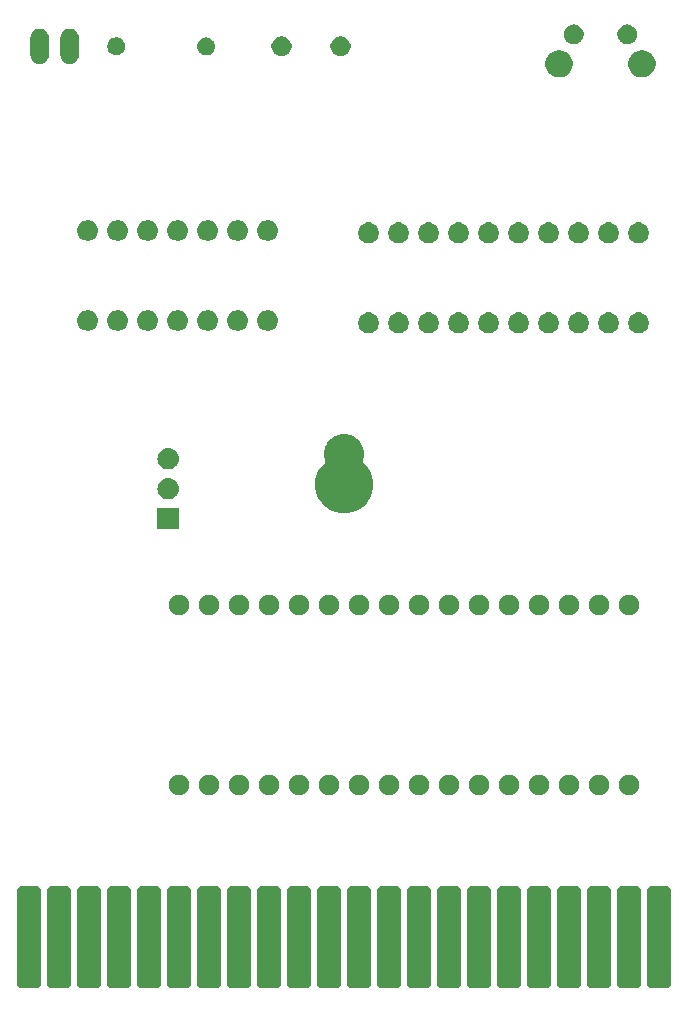
<source format=gbr>
G04 #@! TF.GenerationSoftware,KiCad,Pcbnew,(5.1.2)-2*
G04 #@! TF.CreationDate,2020-09-20T10:45:48+02:00*
G04 #@! TF.ProjectId,FCIII+e5frog134_double_holes_HCT04,46434949-492b-4653-9566-726f67313334,rev?*
G04 #@! TF.SameCoordinates,Original*
G04 #@! TF.FileFunction,Soldermask,Bot*
G04 #@! TF.FilePolarity,Negative*
%FSLAX46Y46*%
G04 Gerber Fmt 4.6, Leading zero omitted, Abs format (unit mm)*
G04 Created by KiCad (PCBNEW (5.1.2)-2) date 2020-09-20 10:45:48*
%MOMM*%
%LPD*%
G04 APERTURE LIST*
%ADD10C,0.100000*%
G04 APERTURE END LIST*
D10*
G36*
X147896986Y-137906651D02*
G01*
X147981410Y-137932261D01*
X148059204Y-137973842D01*
X148127395Y-138029805D01*
X148183358Y-138097996D01*
X148224939Y-138175790D01*
X148250549Y-138260214D01*
X148259800Y-138354140D01*
X148259800Y-146093060D01*
X148250549Y-146186986D01*
X148224939Y-146271410D01*
X148183358Y-146349204D01*
X148127395Y-146417395D01*
X148059204Y-146473358D01*
X147981410Y-146514939D01*
X147896986Y-146540549D01*
X147803060Y-146549800D01*
X146664140Y-146549800D01*
X146570214Y-146540549D01*
X146485790Y-146514939D01*
X146407996Y-146473358D01*
X146339805Y-146417395D01*
X146283842Y-146349204D01*
X146242261Y-146271410D01*
X146216651Y-146186986D01*
X146207400Y-146093060D01*
X146207400Y-138354140D01*
X146216651Y-138260214D01*
X146242261Y-138175790D01*
X146283842Y-138097996D01*
X146339805Y-138029805D01*
X146407996Y-137973842D01*
X146485790Y-137932261D01*
X146570214Y-137906651D01*
X146664140Y-137897400D01*
X147803060Y-137897400D01*
X147896986Y-137906651D01*
X147896986Y-137906651D01*
G37*
G36*
X130116986Y-137906651D02*
G01*
X130201410Y-137932261D01*
X130279204Y-137973842D01*
X130347395Y-138029805D01*
X130403358Y-138097996D01*
X130444939Y-138175790D01*
X130470549Y-138260214D01*
X130479800Y-138354140D01*
X130479800Y-146093060D01*
X130470549Y-146186986D01*
X130444939Y-146271410D01*
X130403358Y-146349204D01*
X130347395Y-146417395D01*
X130279204Y-146473358D01*
X130201410Y-146514939D01*
X130116986Y-146540549D01*
X130023060Y-146549800D01*
X128884140Y-146549800D01*
X128790214Y-146540549D01*
X128705790Y-146514939D01*
X128627996Y-146473358D01*
X128559805Y-146417395D01*
X128503842Y-146349204D01*
X128462261Y-146271410D01*
X128436651Y-146186986D01*
X128427400Y-146093060D01*
X128427400Y-138354140D01*
X128436651Y-138260214D01*
X128462261Y-138175790D01*
X128503842Y-138097996D01*
X128559805Y-138029805D01*
X128627996Y-137973842D01*
X128705790Y-137932261D01*
X128790214Y-137906651D01*
X128884140Y-137897400D01*
X130023060Y-137897400D01*
X130116986Y-137906651D01*
X130116986Y-137906651D01*
G37*
G36*
X165676986Y-137906651D02*
G01*
X165761410Y-137932261D01*
X165839204Y-137973842D01*
X165907395Y-138029805D01*
X165963358Y-138097996D01*
X166004939Y-138175790D01*
X166030549Y-138260214D01*
X166039800Y-138354140D01*
X166039800Y-146093060D01*
X166030549Y-146186986D01*
X166004939Y-146271410D01*
X165963358Y-146349204D01*
X165907395Y-146417395D01*
X165839204Y-146473358D01*
X165761410Y-146514939D01*
X165676986Y-146540549D01*
X165583060Y-146549800D01*
X164444140Y-146549800D01*
X164350214Y-146540549D01*
X164265790Y-146514939D01*
X164187996Y-146473358D01*
X164119805Y-146417395D01*
X164063842Y-146349204D01*
X164022261Y-146271410D01*
X163996651Y-146186986D01*
X163987400Y-146093060D01*
X163987400Y-138354140D01*
X163996651Y-138260214D01*
X164022261Y-138175790D01*
X164063842Y-138097996D01*
X164119805Y-138029805D01*
X164187996Y-137973842D01*
X164265790Y-137932261D01*
X164350214Y-137906651D01*
X164444140Y-137897400D01*
X165583060Y-137897400D01*
X165676986Y-137906651D01*
X165676986Y-137906651D01*
G37*
G36*
X168216986Y-137906651D02*
G01*
X168301410Y-137932261D01*
X168379204Y-137973842D01*
X168447395Y-138029805D01*
X168503358Y-138097996D01*
X168544939Y-138175790D01*
X168570549Y-138260214D01*
X168579800Y-138354140D01*
X168579800Y-146093060D01*
X168570549Y-146186986D01*
X168544939Y-146271410D01*
X168503358Y-146349204D01*
X168447395Y-146417395D01*
X168379204Y-146473358D01*
X168301410Y-146514939D01*
X168216986Y-146540549D01*
X168123060Y-146549800D01*
X166984140Y-146549800D01*
X166890214Y-146540549D01*
X166805790Y-146514939D01*
X166727996Y-146473358D01*
X166659805Y-146417395D01*
X166603842Y-146349204D01*
X166562261Y-146271410D01*
X166536651Y-146186986D01*
X166527400Y-146093060D01*
X166527400Y-138354140D01*
X166536651Y-138260214D01*
X166562261Y-138175790D01*
X166603842Y-138097996D01*
X166659805Y-138029805D01*
X166727996Y-137973842D01*
X166805790Y-137932261D01*
X166890214Y-137906651D01*
X166984140Y-137897400D01*
X168123060Y-137897400D01*
X168216986Y-137906651D01*
X168216986Y-137906651D01*
G37*
G36*
X170756986Y-137906651D02*
G01*
X170841410Y-137932261D01*
X170919204Y-137973842D01*
X170987395Y-138029805D01*
X171043358Y-138097996D01*
X171084939Y-138175790D01*
X171110549Y-138260214D01*
X171119800Y-138354140D01*
X171119800Y-146093060D01*
X171110549Y-146186986D01*
X171084939Y-146271410D01*
X171043358Y-146349204D01*
X170987395Y-146417395D01*
X170919204Y-146473358D01*
X170841410Y-146514939D01*
X170756986Y-146540549D01*
X170663060Y-146549800D01*
X169524140Y-146549800D01*
X169430214Y-146540549D01*
X169345790Y-146514939D01*
X169267996Y-146473358D01*
X169199805Y-146417395D01*
X169143842Y-146349204D01*
X169102261Y-146271410D01*
X169076651Y-146186986D01*
X169067400Y-146093060D01*
X169067400Y-138354140D01*
X169076651Y-138260214D01*
X169102261Y-138175790D01*
X169143842Y-138097996D01*
X169199805Y-138029805D01*
X169267996Y-137973842D01*
X169345790Y-137932261D01*
X169430214Y-137906651D01*
X169524140Y-137897400D01*
X170663060Y-137897400D01*
X170756986Y-137906651D01*
X170756986Y-137906651D01*
G37*
G36*
X145356986Y-137906651D02*
G01*
X145441410Y-137932261D01*
X145519204Y-137973842D01*
X145587395Y-138029805D01*
X145643358Y-138097996D01*
X145684939Y-138175790D01*
X145710549Y-138260214D01*
X145719800Y-138354140D01*
X145719800Y-146093060D01*
X145710549Y-146186986D01*
X145684939Y-146271410D01*
X145643358Y-146349204D01*
X145587395Y-146417395D01*
X145519204Y-146473358D01*
X145441410Y-146514939D01*
X145356986Y-146540549D01*
X145263060Y-146549800D01*
X144124140Y-146549800D01*
X144030214Y-146540549D01*
X143945790Y-146514939D01*
X143867996Y-146473358D01*
X143799805Y-146417395D01*
X143743842Y-146349204D01*
X143702261Y-146271410D01*
X143676651Y-146186986D01*
X143667400Y-146093060D01*
X143667400Y-138354140D01*
X143676651Y-138260214D01*
X143702261Y-138175790D01*
X143743842Y-138097996D01*
X143799805Y-138029805D01*
X143867996Y-137973842D01*
X143945790Y-137932261D01*
X144030214Y-137906651D01*
X144124140Y-137897400D01*
X145263060Y-137897400D01*
X145356986Y-137906651D01*
X145356986Y-137906651D01*
G37*
G36*
X142816986Y-137906651D02*
G01*
X142901410Y-137932261D01*
X142979204Y-137973842D01*
X143047395Y-138029805D01*
X143103358Y-138097996D01*
X143144939Y-138175790D01*
X143170549Y-138260214D01*
X143179800Y-138354140D01*
X143179800Y-146093060D01*
X143170549Y-146186986D01*
X143144939Y-146271410D01*
X143103358Y-146349204D01*
X143047395Y-146417395D01*
X142979204Y-146473358D01*
X142901410Y-146514939D01*
X142816986Y-146540549D01*
X142723060Y-146549800D01*
X141584140Y-146549800D01*
X141490214Y-146540549D01*
X141405790Y-146514939D01*
X141327996Y-146473358D01*
X141259805Y-146417395D01*
X141203842Y-146349204D01*
X141162261Y-146271410D01*
X141136651Y-146186986D01*
X141127400Y-146093060D01*
X141127400Y-138354140D01*
X141136651Y-138260214D01*
X141162261Y-138175790D01*
X141203842Y-138097996D01*
X141259805Y-138029805D01*
X141327996Y-137973842D01*
X141405790Y-137932261D01*
X141490214Y-137906651D01*
X141584140Y-137897400D01*
X142723060Y-137897400D01*
X142816986Y-137906651D01*
X142816986Y-137906651D01*
G37*
G36*
X140276986Y-137906651D02*
G01*
X140361410Y-137932261D01*
X140439204Y-137973842D01*
X140507395Y-138029805D01*
X140563358Y-138097996D01*
X140604939Y-138175790D01*
X140630549Y-138260214D01*
X140639800Y-138354140D01*
X140639800Y-146093060D01*
X140630549Y-146186986D01*
X140604939Y-146271410D01*
X140563358Y-146349204D01*
X140507395Y-146417395D01*
X140439204Y-146473358D01*
X140361410Y-146514939D01*
X140276986Y-146540549D01*
X140183060Y-146549800D01*
X139044140Y-146549800D01*
X138950214Y-146540549D01*
X138865790Y-146514939D01*
X138787996Y-146473358D01*
X138719805Y-146417395D01*
X138663842Y-146349204D01*
X138622261Y-146271410D01*
X138596651Y-146186986D01*
X138587400Y-146093060D01*
X138587400Y-138354140D01*
X138596651Y-138260214D01*
X138622261Y-138175790D01*
X138663842Y-138097996D01*
X138719805Y-138029805D01*
X138787996Y-137973842D01*
X138865790Y-137932261D01*
X138950214Y-137906651D01*
X139044140Y-137897400D01*
X140183060Y-137897400D01*
X140276986Y-137906651D01*
X140276986Y-137906651D01*
G37*
G36*
X137736986Y-137906651D02*
G01*
X137821410Y-137932261D01*
X137899204Y-137973842D01*
X137967395Y-138029805D01*
X138023358Y-138097996D01*
X138064939Y-138175790D01*
X138090549Y-138260214D01*
X138099800Y-138354140D01*
X138099800Y-146093060D01*
X138090549Y-146186986D01*
X138064939Y-146271410D01*
X138023358Y-146349204D01*
X137967395Y-146417395D01*
X137899204Y-146473358D01*
X137821410Y-146514939D01*
X137736986Y-146540549D01*
X137643060Y-146549800D01*
X136504140Y-146549800D01*
X136410214Y-146540549D01*
X136325790Y-146514939D01*
X136247996Y-146473358D01*
X136179805Y-146417395D01*
X136123842Y-146349204D01*
X136082261Y-146271410D01*
X136056651Y-146186986D01*
X136047400Y-146093060D01*
X136047400Y-138354140D01*
X136056651Y-138260214D01*
X136082261Y-138175790D01*
X136123842Y-138097996D01*
X136179805Y-138029805D01*
X136247996Y-137973842D01*
X136325790Y-137932261D01*
X136410214Y-137906651D01*
X136504140Y-137897400D01*
X137643060Y-137897400D01*
X137736986Y-137906651D01*
X137736986Y-137906651D01*
G37*
G36*
X135196986Y-137906651D02*
G01*
X135281410Y-137932261D01*
X135359204Y-137973842D01*
X135427395Y-138029805D01*
X135483358Y-138097996D01*
X135524939Y-138175790D01*
X135550549Y-138260214D01*
X135559800Y-138354140D01*
X135559800Y-146093060D01*
X135550549Y-146186986D01*
X135524939Y-146271410D01*
X135483358Y-146349204D01*
X135427395Y-146417395D01*
X135359204Y-146473358D01*
X135281410Y-146514939D01*
X135196986Y-146540549D01*
X135103060Y-146549800D01*
X133964140Y-146549800D01*
X133870214Y-146540549D01*
X133785790Y-146514939D01*
X133707996Y-146473358D01*
X133639805Y-146417395D01*
X133583842Y-146349204D01*
X133542261Y-146271410D01*
X133516651Y-146186986D01*
X133507400Y-146093060D01*
X133507400Y-138354140D01*
X133516651Y-138260214D01*
X133542261Y-138175790D01*
X133583842Y-138097996D01*
X133639805Y-138029805D01*
X133707996Y-137973842D01*
X133785790Y-137932261D01*
X133870214Y-137906651D01*
X133964140Y-137897400D01*
X135103060Y-137897400D01*
X135196986Y-137906651D01*
X135196986Y-137906651D01*
G37*
G36*
X132656986Y-137906651D02*
G01*
X132741410Y-137932261D01*
X132819204Y-137973842D01*
X132887395Y-138029805D01*
X132943358Y-138097996D01*
X132984939Y-138175790D01*
X133010549Y-138260214D01*
X133019800Y-138354140D01*
X133019800Y-146093060D01*
X133010549Y-146186986D01*
X132984939Y-146271410D01*
X132943358Y-146349204D01*
X132887395Y-146417395D01*
X132819204Y-146473358D01*
X132741410Y-146514939D01*
X132656986Y-146540549D01*
X132563060Y-146549800D01*
X131424140Y-146549800D01*
X131330214Y-146540549D01*
X131245790Y-146514939D01*
X131167996Y-146473358D01*
X131099805Y-146417395D01*
X131043842Y-146349204D01*
X131002261Y-146271410D01*
X130976651Y-146186986D01*
X130967400Y-146093060D01*
X130967400Y-138354140D01*
X130976651Y-138260214D01*
X131002261Y-138175790D01*
X131043842Y-138097996D01*
X131099805Y-138029805D01*
X131167996Y-137973842D01*
X131245790Y-137932261D01*
X131330214Y-137906651D01*
X131424140Y-137897400D01*
X132563060Y-137897400D01*
X132656986Y-137906651D01*
X132656986Y-137906651D01*
G37*
G36*
X173296986Y-137906651D02*
G01*
X173381410Y-137932261D01*
X173459204Y-137973842D01*
X173527395Y-138029805D01*
X173583358Y-138097996D01*
X173624939Y-138175790D01*
X173650549Y-138260214D01*
X173659800Y-138354140D01*
X173659800Y-146093060D01*
X173650549Y-146186986D01*
X173624939Y-146271410D01*
X173583358Y-146349204D01*
X173527395Y-146417395D01*
X173459204Y-146473358D01*
X173381410Y-146514939D01*
X173296986Y-146540549D01*
X173203060Y-146549800D01*
X172064140Y-146549800D01*
X171970214Y-146540549D01*
X171885790Y-146514939D01*
X171807996Y-146473358D01*
X171739805Y-146417395D01*
X171683842Y-146349204D01*
X171642261Y-146271410D01*
X171616651Y-146186986D01*
X171607400Y-146093060D01*
X171607400Y-138354140D01*
X171616651Y-138260214D01*
X171642261Y-138175790D01*
X171683842Y-138097996D01*
X171739805Y-138029805D01*
X171807996Y-137973842D01*
X171885790Y-137932261D01*
X171970214Y-137906651D01*
X172064140Y-137897400D01*
X173203060Y-137897400D01*
X173296986Y-137906651D01*
X173296986Y-137906651D01*
G37*
G36*
X125036986Y-137906651D02*
G01*
X125121410Y-137932261D01*
X125199204Y-137973842D01*
X125267395Y-138029805D01*
X125323358Y-138097996D01*
X125364939Y-138175790D01*
X125390549Y-138260214D01*
X125399800Y-138354140D01*
X125399800Y-146093060D01*
X125390549Y-146186986D01*
X125364939Y-146271410D01*
X125323358Y-146349204D01*
X125267395Y-146417395D01*
X125199204Y-146473358D01*
X125121410Y-146514939D01*
X125036986Y-146540549D01*
X124943060Y-146549800D01*
X123804140Y-146549800D01*
X123710214Y-146540549D01*
X123625790Y-146514939D01*
X123547996Y-146473358D01*
X123479805Y-146417395D01*
X123423842Y-146349204D01*
X123382261Y-146271410D01*
X123356651Y-146186986D01*
X123347400Y-146093060D01*
X123347400Y-138354140D01*
X123356651Y-138260214D01*
X123382261Y-138175790D01*
X123423842Y-138097996D01*
X123479805Y-138029805D01*
X123547996Y-137973842D01*
X123625790Y-137932261D01*
X123710214Y-137906651D01*
X123804140Y-137897400D01*
X124943060Y-137897400D01*
X125036986Y-137906651D01*
X125036986Y-137906651D01*
G37*
G36*
X150436986Y-137906651D02*
G01*
X150521410Y-137932261D01*
X150599204Y-137973842D01*
X150667395Y-138029805D01*
X150723358Y-138097996D01*
X150764939Y-138175790D01*
X150790549Y-138260214D01*
X150799800Y-138354140D01*
X150799800Y-146093060D01*
X150790549Y-146186986D01*
X150764939Y-146271410D01*
X150723358Y-146349204D01*
X150667395Y-146417395D01*
X150599204Y-146473358D01*
X150521410Y-146514939D01*
X150436986Y-146540549D01*
X150343060Y-146549800D01*
X149204140Y-146549800D01*
X149110214Y-146540549D01*
X149025790Y-146514939D01*
X148947996Y-146473358D01*
X148879805Y-146417395D01*
X148823842Y-146349204D01*
X148782261Y-146271410D01*
X148756651Y-146186986D01*
X148747400Y-146093060D01*
X148747400Y-138354140D01*
X148756651Y-138260214D01*
X148782261Y-138175790D01*
X148823842Y-138097996D01*
X148879805Y-138029805D01*
X148947996Y-137973842D01*
X149025790Y-137932261D01*
X149110214Y-137906651D01*
X149204140Y-137897400D01*
X150343060Y-137897400D01*
X150436986Y-137906651D01*
X150436986Y-137906651D01*
G37*
G36*
X152976986Y-137906651D02*
G01*
X153061410Y-137932261D01*
X153139204Y-137973842D01*
X153207395Y-138029805D01*
X153263358Y-138097996D01*
X153304939Y-138175790D01*
X153330549Y-138260214D01*
X153339800Y-138354140D01*
X153339800Y-146093060D01*
X153330549Y-146186986D01*
X153304939Y-146271410D01*
X153263358Y-146349204D01*
X153207395Y-146417395D01*
X153139204Y-146473358D01*
X153061410Y-146514939D01*
X152976986Y-146540549D01*
X152883060Y-146549800D01*
X151744140Y-146549800D01*
X151650214Y-146540549D01*
X151565790Y-146514939D01*
X151487996Y-146473358D01*
X151419805Y-146417395D01*
X151363842Y-146349204D01*
X151322261Y-146271410D01*
X151296651Y-146186986D01*
X151287400Y-146093060D01*
X151287400Y-138354140D01*
X151296651Y-138260214D01*
X151322261Y-138175790D01*
X151363842Y-138097996D01*
X151419805Y-138029805D01*
X151487996Y-137973842D01*
X151565790Y-137932261D01*
X151650214Y-137906651D01*
X151744140Y-137897400D01*
X152883060Y-137897400D01*
X152976986Y-137906651D01*
X152976986Y-137906651D01*
G37*
G36*
X155516986Y-137906651D02*
G01*
X155601410Y-137932261D01*
X155679204Y-137973842D01*
X155747395Y-138029805D01*
X155803358Y-138097996D01*
X155844939Y-138175790D01*
X155870549Y-138260214D01*
X155879800Y-138354140D01*
X155879800Y-146093060D01*
X155870549Y-146186986D01*
X155844939Y-146271410D01*
X155803358Y-146349204D01*
X155747395Y-146417395D01*
X155679204Y-146473358D01*
X155601410Y-146514939D01*
X155516986Y-146540549D01*
X155423060Y-146549800D01*
X154284140Y-146549800D01*
X154190214Y-146540549D01*
X154105790Y-146514939D01*
X154027996Y-146473358D01*
X153959805Y-146417395D01*
X153903842Y-146349204D01*
X153862261Y-146271410D01*
X153836651Y-146186986D01*
X153827400Y-146093060D01*
X153827400Y-138354140D01*
X153836651Y-138260214D01*
X153862261Y-138175790D01*
X153903842Y-138097996D01*
X153959805Y-138029805D01*
X154027996Y-137973842D01*
X154105790Y-137932261D01*
X154190214Y-137906651D01*
X154284140Y-137897400D01*
X155423060Y-137897400D01*
X155516986Y-137906651D01*
X155516986Y-137906651D01*
G37*
G36*
X175836986Y-137906651D02*
G01*
X175921410Y-137932261D01*
X175999204Y-137973842D01*
X176067395Y-138029805D01*
X176123358Y-138097996D01*
X176164939Y-138175790D01*
X176190549Y-138260214D01*
X176199800Y-138354140D01*
X176199800Y-146093060D01*
X176190549Y-146186986D01*
X176164939Y-146271410D01*
X176123358Y-146349204D01*
X176067395Y-146417395D01*
X175999204Y-146473358D01*
X175921410Y-146514939D01*
X175836986Y-146540549D01*
X175743060Y-146549800D01*
X174604140Y-146549800D01*
X174510214Y-146540549D01*
X174425790Y-146514939D01*
X174347996Y-146473358D01*
X174279805Y-146417395D01*
X174223842Y-146349204D01*
X174182261Y-146271410D01*
X174156651Y-146186986D01*
X174147400Y-146093060D01*
X174147400Y-138354140D01*
X174156651Y-138260214D01*
X174182261Y-138175790D01*
X174223842Y-138097996D01*
X174279805Y-138029805D01*
X174347996Y-137973842D01*
X174425790Y-137932261D01*
X174510214Y-137906651D01*
X174604140Y-137897400D01*
X175743060Y-137897400D01*
X175836986Y-137906651D01*
X175836986Y-137906651D01*
G37*
G36*
X158056986Y-137906651D02*
G01*
X158141410Y-137932261D01*
X158219204Y-137973842D01*
X158287395Y-138029805D01*
X158343358Y-138097996D01*
X158384939Y-138175790D01*
X158410549Y-138260214D01*
X158419800Y-138354140D01*
X158419800Y-146093060D01*
X158410549Y-146186986D01*
X158384939Y-146271410D01*
X158343358Y-146349204D01*
X158287395Y-146417395D01*
X158219204Y-146473358D01*
X158141410Y-146514939D01*
X158056986Y-146540549D01*
X157963060Y-146549800D01*
X156824140Y-146549800D01*
X156730214Y-146540549D01*
X156645790Y-146514939D01*
X156567996Y-146473358D01*
X156499805Y-146417395D01*
X156443842Y-146349204D01*
X156402261Y-146271410D01*
X156376651Y-146186986D01*
X156367400Y-146093060D01*
X156367400Y-138354140D01*
X156376651Y-138260214D01*
X156402261Y-138175790D01*
X156443842Y-138097996D01*
X156499805Y-138029805D01*
X156567996Y-137973842D01*
X156645790Y-137932261D01*
X156730214Y-137906651D01*
X156824140Y-137897400D01*
X157963060Y-137897400D01*
X158056986Y-137906651D01*
X158056986Y-137906651D01*
G37*
G36*
X160596986Y-137906651D02*
G01*
X160681410Y-137932261D01*
X160759204Y-137973842D01*
X160827395Y-138029805D01*
X160883358Y-138097996D01*
X160924939Y-138175790D01*
X160950549Y-138260214D01*
X160959800Y-138354140D01*
X160959800Y-146093060D01*
X160950549Y-146186986D01*
X160924939Y-146271410D01*
X160883358Y-146349204D01*
X160827395Y-146417395D01*
X160759204Y-146473358D01*
X160681410Y-146514939D01*
X160596986Y-146540549D01*
X160503060Y-146549800D01*
X159364140Y-146549800D01*
X159270214Y-146540549D01*
X159185790Y-146514939D01*
X159107996Y-146473358D01*
X159039805Y-146417395D01*
X158983842Y-146349204D01*
X158942261Y-146271410D01*
X158916651Y-146186986D01*
X158907400Y-146093060D01*
X158907400Y-138354140D01*
X158916651Y-138260214D01*
X158942261Y-138175790D01*
X158983842Y-138097996D01*
X159039805Y-138029805D01*
X159107996Y-137973842D01*
X159185790Y-137932261D01*
X159270214Y-137906651D01*
X159364140Y-137897400D01*
X160503060Y-137897400D01*
X160596986Y-137906651D01*
X160596986Y-137906651D01*
G37*
G36*
X163136986Y-137906651D02*
G01*
X163221410Y-137932261D01*
X163299204Y-137973842D01*
X163367395Y-138029805D01*
X163423358Y-138097996D01*
X163464939Y-138175790D01*
X163490549Y-138260214D01*
X163499800Y-138354140D01*
X163499800Y-146093060D01*
X163490549Y-146186986D01*
X163464939Y-146271410D01*
X163423358Y-146349204D01*
X163367395Y-146417395D01*
X163299204Y-146473358D01*
X163221410Y-146514939D01*
X163136986Y-146540549D01*
X163043060Y-146549800D01*
X161904140Y-146549800D01*
X161810214Y-146540549D01*
X161725790Y-146514939D01*
X161647996Y-146473358D01*
X161579805Y-146417395D01*
X161523842Y-146349204D01*
X161482261Y-146271410D01*
X161456651Y-146186986D01*
X161447400Y-146093060D01*
X161447400Y-138354140D01*
X161456651Y-138260214D01*
X161482261Y-138175790D01*
X161523842Y-138097996D01*
X161579805Y-138029805D01*
X161647996Y-137973842D01*
X161725790Y-137932261D01*
X161810214Y-137906651D01*
X161904140Y-137897400D01*
X163043060Y-137897400D01*
X163136986Y-137906651D01*
X163136986Y-137906651D01*
G37*
G36*
X122496986Y-137906651D02*
G01*
X122581410Y-137932261D01*
X122659204Y-137973842D01*
X122727395Y-138029805D01*
X122783358Y-138097996D01*
X122824939Y-138175790D01*
X122850549Y-138260214D01*
X122859800Y-138354140D01*
X122859800Y-146093060D01*
X122850549Y-146186986D01*
X122824939Y-146271410D01*
X122783358Y-146349204D01*
X122727395Y-146417395D01*
X122659204Y-146473358D01*
X122581410Y-146514939D01*
X122496986Y-146540549D01*
X122403060Y-146549800D01*
X121264140Y-146549800D01*
X121170214Y-146540549D01*
X121085790Y-146514939D01*
X121007996Y-146473358D01*
X120939805Y-146417395D01*
X120883842Y-146349204D01*
X120842261Y-146271410D01*
X120816651Y-146186986D01*
X120807400Y-146093060D01*
X120807400Y-138354140D01*
X120816651Y-138260214D01*
X120842261Y-138175790D01*
X120883842Y-138097996D01*
X120939805Y-138029805D01*
X121007996Y-137973842D01*
X121085790Y-137932261D01*
X121170214Y-137906651D01*
X121264140Y-137897400D01*
X122403060Y-137897400D01*
X122496986Y-137906651D01*
X122496986Y-137906651D01*
G37*
G36*
X127576986Y-137906651D02*
G01*
X127661410Y-137932261D01*
X127739204Y-137973842D01*
X127807395Y-138029805D01*
X127863358Y-138097996D01*
X127904939Y-138175790D01*
X127930549Y-138260214D01*
X127939800Y-138354140D01*
X127939800Y-146093060D01*
X127930549Y-146186986D01*
X127904939Y-146271410D01*
X127863358Y-146349204D01*
X127807395Y-146417395D01*
X127739204Y-146473358D01*
X127661410Y-146514939D01*
X127576986Y-146540549D01*
X127483060Y-146549800D01*
X126344140Y-146549800D01*
X126250214Y-146540549D01*
X126165790Y-146514939D01*
X126087996Y-146473358D01*
X126019805Y-146417395D01*
X125963842Y-146349204D01*
X125922261Y-146271410D01*
X125896651Y-146186986D01*
X125887400Y-146093060D01*
X125887400Y-138354140D01*
X125896651Y-138260214D01*
X125922261Y-138175790D01*
X125963842Y-138097996D01*
X126019805Y-138029805D01*
X126087996Y-137973842D01*
X126165790Y-137932261D01*
X126250214Y-137906651D01*
X126344140Y-137897400D01*
X127483060Y-137897400D01*
X127576986Y-137906651D01*
X127576986Y-137906651D01*
G37*
G36*
X162726707Y-128485975D02*
G01*
X162886182Y-128552032D01*
X162886184Y-128552033D01*
X163029709Y-128647933D01*
X163151767Y-128769991D01*
X163247667Y-128913516D01*
X163247668Y-128913518D01*
X163313725Y-129072993D01*
X163347400Y-129242291D01*
X163347400Y-129414909D01*
X163313725Y-129584207D01*
X163247668Y-129743682D01*
X163247667Y-129743684D01*
X163151767Y-129887209D01*
X163029709Y-130009267D01*
X162886184Y-130105167D01*
X162886183Y-130105168D01*
X162886182Y-130105168D01*
X162726707Y-130171225D01*
X162557409Y-130204900D01*
X162384791Y-130204900D01*
X162215493Y-130171225D01*
X162056018Y-130105168D01*
X162056017Y-130105168D01*
X162056016Y-130105167D01*
X161912491Y-130009267D01*
X161790433Y-129887209D01*
X161694533Y-129743684D01*
X161694532Y-129743682D01*
X161628475Y-129584207D01*
X161594800Y-129414909D01*
X161594800Y-129242291D01*
X161628475Y-129072993D01*
X161694532Y-128913518D01*
X161694533Y-128913516D01*
X161790433Y-128769991D01*
X161912491Y-128647933D01*
X162056016Y-128552033D01*
X162056018Y-128552032D01*
X162215493Y-128485975D01*
X162384791Y-128452300D01*
X162557409Y-128452300D01*
X162726707Y-128485975D01*
X162726707Y-128485975D01*
G37*
G36*
X134786707Y-128485975D02*
G01*
X134946182Y-128552032D01*
X134946184Y-128552033D01*
X135089709Y-128647933D01*
X135211767Y-128769991D01*
X135307667Y-128913516D01*
X135307668Y-128913518D01*
X135373725Y-129072993D01*
X135407400Y-129242291D01*
X135407400Y-129414909D01*
X135373725Y-129584207D01*
X135307668Y-129743682D01*
X135307667Y-129743684D01*
X135211767Y-129887209D01*
X135089709Y-130009267D01*
X134946184Y-130105167D01*
X134946183Y-130105168D01*
X134946182Y-130105168D01*
X134786707Y-130171225D01*
X134617409Y-130204900D01*
X134444791Y-130204900D01*
X134275493Y-130171225D01*
X134116018Y-130105168D01*
X134116017Y-130105168D01*
X134116016Y-130105167D01*
X133972491Y-130009267D01*
X133850433Y-129887209D01*
X133754533Y-129743684D01*
X133754532Y-129743682D01*
X133688475Y-129584207D01*
X133654800Y-129414909D01*
X133654800Y-129242291D01*
X133688475Y-129072993D01*
X133754532Y-128913518D01*
X133754533Y-128913516D01*
X133850433Y-128769991D01*
X133972491Y-128647933D01*
X134116016Y-128552033D01*
X134116018Y-128552032D01*
X134275493Y-128485975D01*
X134444791Y-128452300D01*
X134617409Y-128452300D01*
X134786707Y-128485975D01*
X134786707Y-128485975D01*
G37*
G36*
X137326707Y-128485975D02*
G01*
X137486182Y-128552032D01*
X137486184Y-128552033D01*
X137629709Y-128647933D01*
X137751767Y-128769991D01*
X137847667Y-128913516D01*
X137847668Y-128913518D01*
X137913725Y-129072993D01*
X137947400Y-129242291D01*
X137947400Y-129414909D01*
X137913725Y-129584207D01*
X137847668Y-129743682D01*
X137847667Y-129743684D01*
X137751767Y-129887209D01*
X137629709Y-130009267D01*
X137486184Y-130105167D01*
X137486183Y-130105168D01*
X137486182Y-130105168D01*
X137326707Y-130171225D01*
X137157409Y-130204900D01*
X136984791Y-130204900D01*
X136815493Y-130171225D01*
X136656018Y-130105168D01*
X136656017Y-130105168D01*
X136656016Y-130105167D01*
X136512491Y-130009267D01*
X136390433Y-129887209D01*
X136294533Y-129743684D01*
X136294532Y-129743682D01*
X136228475Y-129584207D01*
X136194800Y-129414909D01*
X136194800Y-129242291D01*
X136228475Y-129072993D01*
X136294532Y-128913518D01*
X136294533Y-128913516D01*
X136390433Y-128769991D01*
X136512491Y-128647933D01*
X136656016Y-128552033D01*
X136656018Y-128552032D01*
X136815493Y-128485975D01*
X136984791Y-128452300D01*
X137157409Y-128452300D01*
X137326707Y-128485975D01*
X137326707Y-128485975D01*
G37*
G36*
X139866707Y-128485975D02*
G01*
X140026182Y-128552032D01*
X140026184Y-128552033D01*
X140169709Y-128647933D01*
X140291767Y-128769991D01*
X140387667Y-128913516D01*
X140387668Y-128913518D01*
X140453725Y-129072993D01*
X140487400Y-129242291D01*
X140487400Y-129414909D01*
X140453725Y-129584207D01*
X140387668Y-129743682D01*
X140387667Y-129743684D01*
X140291767Y-129887209D01*
X140169709Y-130009267D01*
X140026184Y-130105167D01*
X140026183Y-130105168D01*
X140026182Y-130105168D01*
X139866707Y-130171225D01*
X139697409Y-130204900D01*
X139524791Y-130204900D01*
X139355493Y-130171225D01*
X139196018Y-130105168D01*
X139196017Y-130105168D01*
X139196016Y-130105167D01*
X139052491Y-130009267D01*
X138930433Y-129887209D01*
X138834533Y-129743684D01*
X138834532Y-129743682D01*
X138768475Y-129584207D01*
X138734800Y-129414909D01*
X138734800Y-129242291D01*
X138768475Y-129072993D01*
X138834532Y-128913518D01*
X138834533Y-128913516D01*
X138930433Y-128769991D01*
X139052491Y-128647933D01*
X139196016Y-128552033D01*
X139196018Y-128552032D01*
X139355493Y-128485975D01*
X139524791Y-128452300D01*
X139697409Y-128452300D01*
X139866707Y-128485975D01*
X139866707Y-128485975D01*
G37*
G36*
X142406707Y-128485975D02*
G01*
X142566182Y-128552032D01*
X142566184Y-128552033D01*
X142709709Y-128647933D01*
X142831767Y-128769991D01*
X142927667Y-128913516D01*
X142927668Y-128913518D01*
X142993725Y-129072993D01*
X143027400Y-129242291D01*
X143027400Y-129414909D01*
X142993725Y-129584207D01*
X142927668Y-129743682D01*
X142927667Y-129743684D01*
X142831767Y-129887209D01*
X142709709Y-130009267D01*
X142566184Y-130105167D01*
X142566183Y-130105168D01*
X142566182Y-130105168D01*
X142406707Y-130171225D01*
X142237409Y-130204900D01*
X142064791Y-130204900D01*
X141895493Y-130171225D01*
X141736018Y-130105168D01*
X141736017Y-130105168D01*
X141736016Y-130105167D01*
X141592491Y-130009267D01*
X141470433Y-129887209D01*
X141374533Y-129743684D01*
X141374532Y-129743682D01*
X141308475Y-129584207D01*
X141274800Y-129414909D01*
X141274800Y-129242291D01*
X141308475Y-129072993D01*
X141374532Y-128913518D01*
X141374533Y-128913516D01*
X141470433Y-128769991D01*
X141592491Y-128647933D01*
X141736016Y-128552033D01*
X141736018Y-128552032D01*
X141895493Y-128485975D01*
X142064791Y-128452300D01*
X142237409Y-128452300D01*
X142406707Y-128485975D01*
X142406707Y-128485975D01*
G37*
G36*
X147486707Y-128485975D02*
G01*
X147646182Y-128552032D01*
X147646184Y-128552033D01*
X147789709Y-128647933D01*
X147911767Y-128769991D01*
X148007667Y-128913516D01*
X148007668Y-128913518D01*
X148073725Y-129072993D01*
X148107400Y-129242291D01*
X148107400Y-129414909D01*
X148073725Y-129584207D01*
X148007668Y-129743682D01*
X148007667Y-129743684D01*
X147911767Y-129887209D01*
X147789709Y-130009267D01*
X147646184Y-130105167D01*
X147646183Y-130105168D01*
X147646182Y-130105168D01*
X147486707Y-130171225D01*
X147317409Y-130204900D01*
X147144791Y-130204900D01*
X146975493Y-130171225D01*
X146816018Y-130105168D01*
X146816017Y-130105168D01*
X146816016Y-130105167D01*
X146672491Y-130009267D01*
X146550433Y-129887209D01*
X146454533Y-129743684D01*
X146454532Y-129743682D01*
X146388475Y-129584207D01*
X146354800Y-129414909D01*
X146354800Y-129242291D01*
X146388475Y-129072993D01*
X146454532Y-128913518D01*
X146454533Y-128913516D01*
X146550433Y-128769991D01*
X146672491Y-128647933D01*
X146816016Y-128552033D01*
X146816018Y-128552032D01*
X146975493Y-128485975D01*
X147144791Y-128452300D01*
X147317409Y-128452300D01*
X147486707Y-128485975D01*
X147486707Y-128485975D01*
G37*
G36*
X144946707Y-128485975D02*
G01*
X145106182Y-128552032D01*
X145106184Y-128552033D01*
X145249709Y-128647933D01*
X145371767Y-128769991D01*
X145467667Y-128913516D01*
X145467668Y-128913518D01*
X145533725Y-129072993D01*
X145567400Y-129242291D01*
X145567400Y-129414909D01*
X145533725Y-129584207D01*
X145467668Y-129743682D01*
X145467667Y-129743684D01*
X145371767Y-129887209D01*
X145249709Y-130009267D01*
X145106184Y-130105167D01*
X145106183Y-130105168D01*
X145106182Y-130105168D01*
X144946707Y-130171225D01*
X144777409Y-130204900D01*
X144604791Y-130204900D01*
X144435493Y-130171225D01*
X144276018Y-130105168D01*
X144276017Y-130105168D01*
X144276016Y-130105167D01*
X144132491Y-130009267D01*
X144010433Y-129887209D01*
X143914533Y-129743684D01*
X143914532Y-129743682D01*
X143848475Y-129584207D01*
X143814800Y-129414909D01*
X143814800Y-129242291D01*
X143848475Y-129072993D01*
X143914532Y-128913518D01*
X143914533Y-128913516D01*
X144010433Y-128769991D01*
X144132491Y-128647933D01*
X144276016Y-128552033D01*
X144276018Y-128552032D01*
X144435493Y-128485975D01*
X144604791Y-128452300D01*
X144777409Y-128452300D01*
X144946707Y-128485975D01*
X144946707Y-128485975D01*
G37*
G36*
X172886707Y-128485975D02*
G01*
X173046182Y-128552032D01*
X173046184Y-128552033D01*
X173189709Y-128647933D01*
X173311767Y-128769991D01*
X173407667Y-128913516D01*
X173407668Y-128913518D01*
X173473725Y-129072993D01*
X173507400Y-129242291D01*
X173507400Y-129414909D01*
X173473725Y-129584207D01*
X173407668Y-129743682D01*
X173407667Y-129743684D01*
X173311767Y-129887209D01*
X173189709Y-130009267D01*
X173046184Y-130105167D01*
X173046183Y-130105168D01*
X173046182Y-130105168D01*
X172886707Y-130171225D01*
X172717409Y-130204900D01*
X172544791Y-130204900D01*
X172375493Y-130171225D01*
X172216018Y-130105168D01*
X172216017Y-130105168D01*
X172216016Y-130105167D01*
X172072491Y-130009267D01*
X171950433Y-129887209D01*
X171854533Y-129743684D01*
X171854532Y-129743682D01*
X171788475Y-129584207D01*
X171754800Y-129414909D01*
X171754800Y-129242291D01*
X171788475Y-129072993D01*
X171854532Y-128913518D01*
X171854533Y-128913516D01*
X171950433Y-128769991D01*
X172072491Y-128647933D01*
X172216016Y-128552033D01*
X172216018Y-128552032D01*
X172375493Y-128485975D01*
X172544791Y-128452300D01*
X172717409Y-128452300D01*
X172886707Y-128485975D01*
X172886707Y-128485975D01*
G37*
G36*
X170346707Y-128485975D02*
G01*
X170506182Y-128552032D01*
X170506184Y-128552033D01*
X170649709Y-128647933D01*
X170771767Y-128769991D01*
X170867667Y-128913516D01*
X170867668Y-128913518D01*
X170933725Y-129072993D01*
X170967400Y-129242291D01*
X170967400Y-129414909D01*
X170933725Y-129584207D01*
X170867668Y-129743682D01*
X170867667Y-129743684D01*
X170771767Y-129887209D01*
X170649709Y-130009267D01*
X170506184Y-130105167D01*
X170506183Y-130105168D01*
X170506182Y-130105168D01*
X170346707Y-130171225D01*
X170177409Y-130204900D01*
X170004791Y-130204900D01*
X169835493Y-130171225D01*
X169676018Y-130105168D01*
X169676017Y-130105168D01*
X169676016Y-130105167D01*
X169532491Y-130009267D01*
X169410433Y-129887209D01*
X169314533Y-129743684D01*
X169314532Y-129743682D01*
X169248475Y-129584207D01*
X169214800Y-129414909D01*
X169214800Y-129242291D01*
X169248475Y-129072993D01*
X169314532Y-128913518D01*
X169314533Y-128913516D01*
X169410433Y-128769991D01*
X169532491Y-128647933D01*
X169676016Y-128552033D01*
X169676018Y-128552032D01*
X169835493Y-128485975D01*
X170004791Y-128452300D01*
X170177409Y-128452300D01*
X170346707Y-128485975D01*
X170346707Y-128485975D01*
G37*
G36*
X167806707Y-128485975D02*
G01*
X167966182Y-128552032D01*
X167966184Y-128552033D01*
X168109709Y-128647933D01*
X168231767Y-128769991D01*
X168327667Y-128913516D01*
X168327668Y-128913518D01*
X168393725Y-129072993D01*
X168427400Y-129242291D01*
X168427400Y-129414909D01*
X168393725Y-129584207D01*
X168327668Y-129743682D01*
X168327667Y-129743684D01*
X168231767Y-129887209D01*
X168109709Y-130009267D01*
X167966184Y-130105167D01*
X167966183Y-130105168D01*
X167966182Y-130105168D01*
X167806707Y-130171225D01*
X167637409Y-130204900D01*
X167464791Y-130204900D01*
X167295493Y-130171225D01*
X167136018Y-130105168D01*
X167136017Y-130105168D01*
X167136016Y-130105167D01*
X166992491Y-130009267D01*
X166870433Y-129887209D01*
X166774533Y-129743684D01*
X166774532Y-129743682D01*
X166708475Y-129584207D01*
X166674800Y-129414909D01*
X166674800Y-129242291D01*
X166708475Y-129072993D01*
X166774532Y-128913518D01*
X166774533Y-128913516D01*
X166870433Y-128769991D01*
X166992491Y-128647933D01*
X167136016Y-128552033D01*
X167136018Y-128552032D01*
X167295493Y-128485975D01*
X167464791Y-128452300D01*
X167637409Y-128452300D01*
X167806707Y-128485975D01*
X167806707Y-128485975D01*
G37*
G36*
X165266707Y-128485975D02*
G01*
X165426182Y-128552032D01*
X165426184Y-128552033D01*
X165569709Y-128647933D01*
X165691767Y-128769991D01*
X165787667Y-128913516D01*
X165787668Y-128913518D01*
X165853725Y-129072993D01*
X165887400Y-129242291D01*
X165887400Y-129414909D01*
X165853725Y-129584207D01*
X165787668Y-129743682D01*
X165787667Y-129743684D01*
X165691767Y-129887209D01*
X165569709Y-130009267D01*
X165426184Y-130105167D01*
X165426183Y-130105168D01*
X165426182Y-130105168D01*
X165266707Y-130171225D01*
X165097409Y-130204900D01*
X164924791Y-130204900D01*
X164755493Y-130171225D01*
X164596018Y-130105168D01*
X164596017Y-130105168D01*
X164596016Y-130105167D01*
X164452491Y-130009267D01*
X164330433Y-129887209D01*
X164234533Y-129743684D01*
X164234532Y-129743682D01*
X164168475Y-129584207D01*
X164134800Y-129414909D01*
X164134800Y-129242291D01*
X164168475Y-129072993D01*
X164234532Y-128913518D01*
X164234533Y-128913516D01*
X164330433Y-128769991D01*
X164452491Y-128647933D01*
X164596016Y-128552033D01*
X164596018Y-128552032D01*
X164755493Y-128485975D01*
X164924791Y-128452300D01*
X165097409Y-128452300D01*
X165266707Y-128485975D01*
X165266707Y-128485975D01*
G37*
G36*
X150026707Y-128485975D02*
G01*
X150186182Y-128552032D01*
X150186184Y-128552033D01*
X150329709Y-128647933D01*
X150451767Y-128769991D01*
X150547667Y-128913516D01*
X150547668Y-128913518D01*
X150613725Y-129072993D01*
X150647400Y-129242291D01*
X150647400Y-129414909D01*
X150613725Y-129584207D01*
X150547668Y-129743682D01*
X150547667Y-129743684D01*
X150451767Y-129887209D01*
X150329709Y-130009267D01*
X150186184Y-130105167D01*
X150186183Y-130105168D01*
X150186182Y-130105168D01*
X150026707Y-130171225D01*
X149857409Y-130204900D01*
X149684791Y-130204900D01*
X149515493Y-130171225D01*
X149356018Y-130105168D01*
X149356017Y-130105168D01*
X149356016Y-130105167D01*
X149212491Y-130009267D01*
X149090433Y-129887209D01*
X148994533Y-129743684D01*
X148994532Y-129743682D01*
X148928475Y-129584207D01*
X148894800Y-129414909D01*
X148894800Y-129242291D01*
X148928475Y-129072993D01*
X148994532Y-128913518D01*
X148994533Y-128913516D01*
X149090433Y-128769991D01*
X149212491Y-128647933D01*
X149356016Y-128552033D01*
X149356018Y-128552032D01*
X149515493Y-128485975D01*
X149684791Y-128452300D01*
X149857409Y-128452300D01*
X150026707Y-128485975D01*
X150026707Y-128485975D01*
G37*
G36*
X155106707Y-128485975D02*
G01*
X155266182Y-128552032D01*
X155266184Y-128552033D01*
X155409709Y-128647933D01*
X155531767Y-128769991D01*
X155627667Y-128913516D01*
X155627668Y-128913518D01*
X155693725Y-129072993D01*
X155727400Y-129242291D01*
X155727400Y-129414909D01*
X155693725Y-129584207D01*
X155627668Y-129743682D01*
X155627667Y-129743684D01*
X155531767Y-129887209D01*
X155409709Y-130009267D01*
X155266184Y-130105167D01*
X155266183Y-130105168D01*
X155266182Y-130105168D01*
X155106707Y-130171225D01*
X154937409Y-130204900D01*
X154764791Y-130204900D01*
X154595493Y-130171225D01*
X154436018Y-130105168D01*
X154436017Y-130105168D01*
X154436016Y-130105167D01*
X154292491Y-130009267D01*
X154170433Y-129887209D01*
X154074533Y-129743684D01*
X154074532Y-129743682D01*
X154008475Y-129584207D01*
X153974800Y-129414909D01*
X153974800Y-129242291D01*
X154008475Y-129072993D01*
X154074532Y-128913518D01*
X154074533Y-128913516D01*
X154170433Y-128769991D01*
X154292491Y-128647933D01*
X154436016Y-128552033D01*
X154436018Y-128552032D01*
X154595493Y-128485975D01*
X154764791Y-128452300D01*
X154937409Y-128452300D01*
X155106707Y-128485975D01*
X155106707Y-128485975D01*
G37*
G36*
X157646707Y-128485975D02*
G01*
X157806182Y-128552032D01*
X157806184Y-128552033D01*
X157949709Y-128647933D01*
X158071767Y-128769991D01*
X158167667Y-128913516D01*
X158167668Y-128913518D01*
X158233725Y-129072993D01*
X158267400Y-129242291D01*
X158267400Y-129414909D01*
X158233725Y-129584207D01*
X158167668Y-129743682D01*
X158167667Y-129743684D01*
X158071767Y-129887209D01*
X157949709Y-130009267D01*
X157806184Y-130105167D01*
X157806183Y-130105168D01*
X157806182Y-130105168D01*
X157646707Y-130171225D01*
X157477409Y-130204900D01*
X157304791Y-130204900D01*
X157135493Y-130171225D01*
X156976018Y-130105168D01*
X156976017Y-130105168D01*
X156976016Y-130105167D01*
X156832491Y-130009267D01*
X156710433Y-129887209D01*
X156614533Y-129743684D01*
X156614532Y-129743682D01*
X156548475Y-129584207D01*
X156514800Y-129414909D01*
X156514800Y-129242291D01*
X156548475Y-129072993D01*
X156614532Y-128913518D01*
X156614533Y-128913516D01*
X156710433Y-128769991D01*
X156832491Y-128647933D01*
X156976016Y-128552033D01*
X156976018Y-128552032D01*
X157135493Y-128485975D01*
X157304791Y-128452300D01*
X157477409Y-128452300D01*
X157646707Y-128485975D01*
X157646707Y-128485975D01*
G37*
G36*
X160186707Y-128485975D02*
G01*
X160346182Y-128552032D01*
X160346184Y-128552033D01*
X160489709Y-128647933D01*
X160611767Y-128769991D01*
X160707667Y-128913516D01*
X160707668Y-128913518D01*
X160773725Y-129072993D01*
X160807400Y-129242291D01*
X160807400Y-129414909D01*
X160773725Y-129584207D01*
X160707668Y-129743682D01*
X160707667Y-129743684D01*
X160611767Y-129887209D01*
X160489709Y-130009267D01*
X160346184Y-130105167D01*
X160346183Y-130105168D01*
X160346182Y-130105168D01*
X160186707Y-130171225D01*
X160017409Y-130204900D01*
X159844791Y-130204900D01*
X159675493Y-130171225D01*
X159516018Y-130105168D01*
X159516017Y-130105168D01*
X159516016Y-130105167D01*
X159372491Y-130009267D01*
X159250433Y-129887209D01*
X159154533Y-129743684D01*
X159154532Y-129743682D01*
X159088475Y-129584207D01*
X159054800Y-129414909D01*
X159054800Y-129242291D01*
X159088475Y-129072993D01*
X159154532Y-128913518D01*
X159154533Y-128913516D01*
X159250433Y-128769991D01*
X159372491Y-128647933D01*
X159516016Y-128552033D01*
X159516018Y-128552032D01*
X159675493Y-128485975D01*
X159844791Y-128452300D01*
X160017409Y-128452300D01*
X160186707Y-128485975D01*
X160186707Y-128485975D01*
G37*
G36*
X152566707Y-128485975D02*
G01*
X152726182Y-128552032D01*
X152726184Y-128552033D01*
X152869709Y-128647933D01*
X152991767Y-128769991D01*
X153087667Y-128913516D01*
X153087668Y-128913518D01*
X153153725Y-129072993D01*
X153187400Y-129242291D01*
X153187400Y-129414909D01*
X153153725Y-129584207D01*
X153087668Y-129743682D01*
X153087667Y-129743684D01*
X152991767Y-129887209D01*
X152869709Y-130009267D01*
X152726184Y-130105167D01*
X152726183Y-130105168D01*
X152726182Y-130105168D01*
X152566707Y-130171225D01*
X152397409Y-130204900D01*
X152224791Y-130204900D01*
X152055493Y-130171225D01*
X151896018Y-130105168D01*
X151896017Y-130105168D01*
X151896016Y-130105167D01*
X151752491Y-130009267D01*
X151630433Y-129887209D01*
X151534533Y-129743684D01*
X151534532Y-129743682D01*
X151468475Y-129584207D01*
X151434800Y-129414909D01*
X151434800Y-129242291D01*
X151468475Y-129072993D01*
X151534532Y-128913518D01*
X151534533Y-128913516D01*
X151630433Y-128769991D01*
X151752491Y-128647933D01*
X151896016Y-128552033D01*
X151896018Y-128552032D01*
X152055493Y-128485975D01*
X152224791Y-128452300D01*
X152397409Y-128452300D01*
X152566707Y-128485975D01*
X152566707Y-128485975D01*
G37*
G36*
X170346707Y-113245975D02*
G01*
X170506182Y-113312032D01*
X170506184Y-113312033D01*
X170649709Y-113407933D01*
X170771767Y-113529991D01*
X170867667Y-113673516D01*
X170867668Y-113673518D01*
X170933725Y-113832993D01*
X170967400Y-114002291D01*
X170967400Y-114174909D01*
X170933725Y-114344207D01*
X170867668Y-114503682D01*
X170867667Y-114503684D01*
X170771767Y-114647209D01*
X170649709Y-114769267D01*
X170506184Y-114865167D01*
X170506183Y-114865168D01*
X170506182Y-114865168D01*
X170346707Y-114931225D01*
X170177409Y-114964900D01*
X170004791Y-114964900D01*
X169835493Y-114931225D01*
X169676018Y-114865168D01*
X169676017Y-114865168D01*
X169676016Y-114865167D01*
X169532491Y-114769267D01*
X169410433Y-114647209D01*
X169314533Y-114503684D01*
X169314532Y-114503682D01*
X169248475Y-114344207D01*
X169214800Y-114174909D01*
X169214800Y-114002291D01*
X169248475Y-113832993D01*
X169314532Y-113673518D01*
X169314533Y-113673516D01*
X169410433Y-113529991D01*
X169532491Y-113407933D01*
X169676016Y-113312033D01*
X169676018Y-113312032D01*
X169835493Y-113245975D01*
X170004791Y-113212300D01*
X170177409Y-113212300D01*
X170346707Y-113245975D01*
X170346707Y-113245975D01*
G37*
G36*
X134786707Y-113245975D02*
G01*
X134946182Y-113312032D01*
X134946184Y-113312033D01*
X135089709Y-113407933D01*
X135211767Y-113529991D01*
X135307667Y-113673516D01*
X135307668Y-113673518D01*
X135373725Y-113832993D01*
X135407400Y-114002291D01*
X135407400Y-114174909D01*
X135373725Y-114344207D01*
X135307668Y-114503682D01*
X135307667Y-114503684D01*
X135211767Y-114647209D01*
X135089709Y-114769267D01*
X134946184Y-114865167D01*
X134946183Y-114865168D01*
X134946182Y-114865168D01*
X134786707Y-114931225D01*
X134617409Y-114964900D01*
X134444791Y-114964900D01*
X134275493Y-114931225D01*
X134116018Y-114865168D01*
X134116017Y-114865168D01*
X134116016Y-114865167D01*
X133972491Y-114769267D01*
X133850433Y-114647209D01*
X133754533Y-114503684D01*
X133754532Y-114503682D01*
X133688475Y-114344207D01*
X133654800Y-114174909D01*
X133654800Y-114002291D01*
X133688475Y-113832993D01*
X133754532Y-113673518D01*
X133754533Y-113673516D01*
X133850433Y-113529991D01*
X133972491Y-113407933D01*
X134116016Y-113312033D01*
X134116018Y-113312032D01*
X134275493Y-113245975D01*
X134444791Y-113212300D01*
X134617409Y-113212300D01*
X134786707Y-113245975D01*
X134786707Y-113245975D01*
G37*
G36*
X172886707Y-113245975D02*
G01*
X173046182Y-113312032D01*
X173046184Y-113312033D01*
X173189709Y-113407933D01*
X173311767Y-113529991D01*
X173407667Y-113673516D01*
X173407668Y-113673518D01*
X173473725Y-113832993D01*
X173507400Y-114002291D01*
X173507400Y-114174909D01*
X173473725Y-114344207D01*
X173407668Y-114503682D01*
X173407667Y-114503684D01*
X173311767Y-114647209D01*
X173189709Y-114769267D01*
X173046184Y-114865167D01*
X173046183Y-114865168D01*
X173046182Y-114865168D01*
X172886707Y-114931225D01*
X172717409Y-114964900D01*
X172544791Y-114964900D01*
X172375493Y-114931225D01*
X172216018Y-114865168D01*
X172216017Y-114865168D01*
X172216016Y-114865167D01*
X172072491Y-114769267D01*
X171950433Y-114647209D01*
X171854533Y-114503684D01*
X171854532Y-114503682D01*
X171788475Y-114344207D01*
X171754800Y-114174909D01*
X171754800Y-114002291D01*
X171788475Y-113832993D01*
X171854532Y-113673518D01*
X171854533Y-113673516D01*
X171950433Y-113529991D01*
X172072491Y-113407933D01*
X172216016Y-113312033D01*
X172216018Y-113312032D01*
X172375493Y-113245975D01*
X172544791Y-113212300D01*
X172717409Y-113212300D01*
X172886707Y-113245975D01*
X172886707Y-113245975D01*
G37*
G36*
X167806707Y-113245975D02*
G01*
X167966182Y-113312032D01*
X167966184Y-113312033D01*
X168109709Y-113407933D01*
X168231767Y-113529991D01*
X168327667Y-113673516D01*
X168327668Y-113673518D01*
X168393725Y-113832993D01*
X168427400Y-114002291D01*
X168427400Y-114174909D01*
X168393725Y-114344207D01*
X168327668Y-114503682D01*
X168327667Y-114503684D01*
X168231767Y-114647209D01*
X168109709Y-114769267D01*
X167966184Y-114865167D01*
X167966183Y-114865168D01*
X167966182Y-114865168D01*
X167806707Y-114931225D01*
X167637409Y-114964900D01*
X167464791Y-114964900D01*
X167295493Y-114931225D01*
X167136018Y-114865168D01*
X167136017Y-114865168D01*
X167136016Y-114865167D01*
X166992491Y-114769267D01*
X166870433Y-114647209D01*
X166774533Y-114503684D01*
X166774532Y-114503682D01*
X166708475Y-114344207D01*
X166674800Y-114174909D01*
X166674800Y-114002291D01*
X166708475Y-113832993D01*
X166774532Y-113673518D01*
X166774533Y-113673516D01*
X166870433Y-113529991D01*
X166992491Y-113407933D01*
X167136016Y-113312033D01*
X167136018Y-113312032D01*
X167295493Y-113245975D01*
X167464791Y-113212300D01*
X167637409Y-113212300D01*
X167806707Y-113245975D01*
X167806707Y-113245975D01*
G37*
G36*
X165266707Y-113245975D02*
G01*
X165426182Y-113312032D01*
X165426184Y-113312033D01*
X165569709Y-113407933D01*
X165691767Y-113529991D01*
X165787667Y-113673516D01*
X165787668Y-113673518D01*
X165853725Y-113832993D01*
X165887400Y-114002291D01*
X165887400Y-114174909D01*
X165853725Y-114344207D01*
X165787668Y-114503682D01*
X165787667Y-114503684D01*
X165691767Y-114647209D01*
X165569709Y-114769267D01*
X165426184Y-114865167D01*
X165426183Y-114865168D01*
X165426182Y-114865168D01*
X165266707Y-114931225D01*
X165097409Y-114964900D01*
X164924791Y-114964900D01*
X164755493Y-114931225D01*
X164596018Y-114865168D01*
X164596017Y-114865168D01*
X164596016Y-114865167D01*
X164452491Y-114769267D01*
X164330433Y-114647209D01*
X164234533Y-114503684D01*
X164234532Y-114503682D01*
X164168475Y-114344207D01*
X164134800Y-114174909D01*
X164134800Y-114002291D01*
X164168475Y-113832993D01*
X164234532Y-113673518D01*
X164234533Y-113673516D01*
X164330433Y-113529991D01*
X164452491Y-113407933D01*
X164596016Y-113312033D01*
X164596018Y-113312032D01*
X164755493Y-113245975D01*
X164924791Y-113212300D01*
X165097409Y-113212300D01*
X165266707Y-113245975D01*
X165266707Y-113245975D01*
G37*
G36*
X162726707Y-113245975D02*
G01*
X162886182Y-113312032D01*
X162886184Y-113312033D01*
X163029709Y-113407933D01*
X163151767Y-113529991D01*
X163247667Y-113673516D01*
X163247668Y-113673518D01*
X163313725Y-113832993D01*
X163347400Y-114002291D01*
X163347400Y-114174909D01*
X163313725Y-114344207D01*
X163247668Y-114503682D01*
X163247667Y-114503684D01*
X163151767Y-114647209D01*
X163029709Y-114769267D01*
X162886184Y-114865167D01*
X162886183Y-114865168D01*
X162886182Y-114865168D01*
X162726707Y-114931225D01*
X162557409Y-114964900D01*
X162384791Y-114964900D01*
X162215493Y-114931225D01*
X162056018Y-114865168D01*
X162056017Y-114865168D01*
X162056016Y-114865167D01*
X161912491Y-114769267D01*
X161790433Y-114647209D01*
X161694533Y-114503684D01*
X161694532Y-114503682D01*
X161628475Y-114344207D01*
X161594800Y-114174909D01*
X161594800Y-114002291D01*
X161628475Y-113832993D01*
X161694532Y-113673518D01*
X161694533Y-113673516D01*
X161790433Y-113529991D01*
X161912491Y-113407933D01*
X162056016Y-113312033D01*
X162056018Y-113312032D01*
X162215493Y-113245975D01*
X162384791Y-113212300D01*
X162557409Y-113212300D01*
X162726707Y-113245975D01*
X162726707Y-113245975D01*
G37*
G36*
X160186707Y-113245975D02*
G01*
X160346182Y-113312032D01*
X160346184Y-113312033D01*
X160489709Y-113407933D01*
X160611767Y-113529991D01*
X160707667Y-113673516D01*
X160707668Y-113673518D01*
X160773725Y-113832993D01*
X160807400Y-114002291D01*
X160807400Y-114174909D01*
X160773725Y-114344207D01*
X160707668Y-114503682D01*
X160707667Y-114503684D01*
X160611767Y-114647209D01*
X160489709Y-114769267D01*
X160346184Y-114865167D01*
X160346183Y-114865168D01*
X160346182Y-114865168D01*
X160186707Y-114931225D01*
X160017409Y-114964900D01*
X159844791Y-114964900D01*
X159675493Y-114931225D01*
X159516018Y-114865168D01*
X159516017Y-114865168D01*
X159516016Y-114865167D01*
X159372491Y-114769267D01*
X159250433Y-114647209D01*
X159154533Y-114503684D01*
X159154532Y-114503682D01*
X159088475Y-114344207D01*
X159054800Y-114174909D01*
X159054800Y-114002291D01*
X159088475Y-113832993D01*
X159154532Y-113673518D01*
X159154533Y-113673516D01*
X159250433Y-113529991D01*
X159372491Y-113407933D01*
X159516016Y-113312033D01*
X159516018Y-113312032D01*
X159675493Y-113245975D01*
X159844791Y-113212300D01*
X160017409Y-113212300D01*
X160186707Y-113245975D01*
X160186707Y-113245975D01*
G37*
G36*
X155106707Y-113245975D02*
G01*
X155266182Y-113312032D01*
X155266184Y-113312033D01*
X155409709Y-113407933D01*
X155531767Y-113529991D01*
X155627667Y-113673516D01*
X155627668Y-113673518D01*
X155693725Y-113832993D01*
X155727400Y-114002291D01*
X155727400Y-114174909D01*
X155693725Y-114344207D01*
X155627668Y-114503682D01*
X155627667Y-114503684D01*
X155531767Y-114647209D01*
X155409709Y-114769267D01*
X155266184Y-114865167D01*
X155266183Y-114865168D01*
X155266182Y-114865168D01*
X155106707Y-114931225D01*
X154937409Y-114964900D01*
X154764791Y-114964900D01*
X154595493Y-114931225D01*
X154436018Y-114865168D01*
X154436017Y-114865168D01*
X154436016Y-114865167D01*
X154292491Y-114769267D01*
X154170433Y-114647209D01*
X154074533Y-114503684D01*
X154074532Y-114503682D01*
X154008475Y-114344207D01*
X153974800Y-114174909D01*
X153974800Y-114002291D01*
X154008475Y-113832993D01*
X154074532Y-113673518D01*
X154074533Y-113673516D01*
X154170433Y-113529991D01*
X154292491Y-113407933D01*
X154436016Y-113312033D01*
X154436018Y-113312032D01*
X154595493Y-113245975D01*
X154764791Y-113212300D01*
X154937409Y-113212300D01*
X155106707Y-113245975D01*
X155106707Y-113245975D01*
G37*
G36*
X150026707Y-113245975D02*
G01*
X150186182Y-113312032D01*
X150186184Y-113312033D01*
X150329709Y-113407933D01*
X150451767Y-113529991D01*
X150547667Y-113673516D01*
X150547668Y-113673518D01*
X150613725Y-113832993D01*
X150647400Y-114002291D01*
X150647400Y-114174909D01*
X150613725Y-114344207D01*
X150547668Y-114503682D01*
X150547667Y-114503684D01*
X150451767Y-114647209D01*
X150329709Y-114769267D01*
X150186184Y-114865167D01*
X150186183Y-114865168D01*
X150186182Y-114865168D01*
X150026707Y-114931225D01*
X149857409Y-114964900D01*
X149684791Y-114964900D01*
X149515493Y-114931225D01*
X149356018Y-114865168D01*
X149356017Y-114865168D01*
X149356016Y-114865167D01*
X149212491Y-114769267D01*
X149090433Y-114647209D01*
X148994533Y-114503684D01*
X148994532Y-114503682D01*
X148928475Y-114344207D01*
X148894800Y-114174909D01*
X148894800Y-114002291D01*
X148928475Y-113832993D01*
X148994532Y-113673518D01*
X148994533Y-113673516D01*
X149090433Y-113529991D01*
X149212491Y-113407933D01*
X149356016Y-113312033D01*
X149356018Y-113312032D01*
X149515493Y-113245975D01*
X149684791Y-113212300D01*
X149857409Y-113212300D01*
X150026707Y-113245975D01*
X150026707Y-113245975D01*
G37*
G36*
X147486707Y-113245975D02*
G01*
X147646182Y-113312032D01*
X147646184Y-113312033D01*
X147789709Y-113407933D01*
X147911767Y-113529991D01*
X148007667Y-113673516D01*
X148007668Y-113673518D01*
X148073725Y-113832993D01*
X148107400Y-114002291D01*
X148107400Y-114174909D01*
X148073725Y-114344207D01*
X148007668Y-114503682D01*
X148007667Y-114503684D01*
X147911767Y-114647209D01*
X147789709Y-114769267D01*
X147646184Y-114865167D01*
X147646183Y-114865168D01*
X147646182Y-114865168D01*
X147486707Y-114931225D01*
X147317409Y-114964900D01*
X147144791Y-114964900D01*
X146975493Y-114931225D01*
X146816018Y-114865168D01*
X146816017Y-114865168D01*
X146816016Y-114865167D01*
X146672491Y-114769267D01*
X146550433Y-114647209D01*
X146454533Y-114503684D01*
X146454532Y-114503682D01*
X146388475Y-114344207D01*
X146354800Y-114174909D01*
X146354800Y-114002291D01*
X146388475Y-113832993D01*
X146454532Y-113673518D01*
X146454533Y-113673516D01*
X146550433Y-113529991D01*
X146672491Y-113407933D01*
X146816016Y-113312033D01*
X146816018Y-113312032D01*
X146975493Y-113245975D01*
X147144791Y-113212300D01*
X147317409Y-113212300D01*
X147486707Y-113245975D01*
X147486707Y-113245975D01*
G37*
G36*
X144946707Y-113245975D02*
G01*
X145106182Y-113312032D01*
X145106184Y-113312033D01*
X145249709Y-113407933D01*
X145371767Y-113529991D01*
X145467667Y-113673516D01*
X145467668Y-113673518D01*
X145533725Y-113832993D01*
X145567400Y-114002291D01*
X145567400Y-114174909D01*
X145533725Y-114344207D01*
X145467668Y-114503682D01*
X145467667Y-114503684D01*
X145371767Y-114647209D01*
X145249709Y-114769267D01*
X145106184Y-114865167D01*
X145106183Y-114865168D01*
X145106182Y-114865168D01*
X144946707Y-114931225D01*
X144777409Y-114964900D01*
X144604791Y-114964900D01*
X144435493Y-114931225D01*
X144276018Y-114865168D01*
X144276017Y-114865168D01*
X144276016Y-114865167D01*
X144132491Y-114769267D01*
X144010433Y-114647209D01*
X143914533Y-114503684D01*
X143914532Y-114503682D01*
X143848475Y-114344207D01*
X143814800Y-114174909D01*
X143814800Y-114002291D01*
X143848475Y-113832993D01*
X143914532Y-113673518D01*
X143914533Y-113673516D01*
X144010433Y-113529991D01*
X144132491Y-113407933D01*
X144276016Y-113312033D01*
X144276018Y-113312032D01*
X144435493Y-113245975D01*
X144604791Y-113212300D01*
X144777409Y-113212300D01*
X144946707Y-113245975D01*
X144946707Y-113245975D01*
G37*
G36*
X142406707Y-113245975D02*
G01*
X142566182Y-113312032D01*
X142566184Y-113312033D01*
X142709709Y-113407933D01*
X142831767Y-113529991D01*
X142927667Y-113673516D01*
X142927668Y-113673518D01*
X142993725Y-113832993D01*
X143027400Y-114002291D01*
X143027400Y-114174909D01*
X142993725Y-114344207D01*
X142927668Y-114503682D01*
X142927667Y-114503684D01*
X142831767Y-114647209D01*
X142709709Y-114769267D01*
X142566184Y-114865167D01*
X142566183Y-114865168D01*
X142566182Y-114865168D01*
X142406707Y-114931225D01*
X142237409Y-114964900D01*
X142064791Y-114964900D01*
X141895493Y-114931225D01*
X141736018Y-114865168D01*
X141736017Y-114865168D01*
X141736016Y-114865167D01*
X141592491Y-114769267D01*
X141470433Y-114647209D01*
X141374533Y-114503684D01*
X141374532Y-114503682D01*
X141308475Y-114344207D01*
X141274800Y-114174909D01*
X141274800Y-114002291D01*
X141308475Y-113832993D01*
X141374532Y-113673518D01*
X141374533Y-113673516D01*
X141470433Y-113529991D01*
X141592491Y-113407933D01*
X141736016Y-113312033D01*
X141736018Y-113312032D01*
X141895493Y-113245975D01*
X142064791Y-113212300D01*
X142237409Y-113212300D01*
X142406707Y-113245975D01*
X142406707Y-113245975D01*
G37*
G36*
X139866707Y-113245975D02*
G01*
X140026182Y-113312032D01*
X140026184Y-113312033D01*
X140169709Y-113407933D01*
X140291767Y-113529991D01*
X140387667Y-113673516D01*
X140387668Y-113673518D01*
X140453725Y-113832993D01*
X140487400Y-114002291D01*
X140487400Y-114174909D01*
X140453725Y-114344207D01*
X140387668Y-114503682D01*
X140387667Y-114503684D01*
X140291767Y-114647209D01*
X140169709Y-114769267D01*
X140026184Y-114865167D01*
X140026183Y-114865168D01*
X140026182Y-114865168D01*
X139866707Y-114931225D01*
X139697409Y-114964900D01*
X139524791Y-114964900D01*
X139355493Y-114931225D01*
X139196018Y-114865168D01*
X139196017Y-114865168D01*
X139196016Y-114865167D01*
X139052491Y-114769267D01*
X138930433Y-114647209D01*
X138834533Y-114503684D01*
X138834532Y-114503682D01*
X138768475Y-114344207D01*
X138734800Y-114174909D01*
X138734800Y-114002291D01*
X138768475Y-113832993D01*
X138834532Y-113673518D01*
X138834533Y-113673516D01*
X138930433Y-113529991D01*
X139052491Y-113407933D01*
X139196016Y-113312033D01*
X139196018Y-113312032D01*
X139355493Y-113245975D01*
X139524791Y-113212300D01*
X139697409Y-113212300D01*
X139866707Y-113245975D01*
X139866707Y-113245975D01*
G37*
G36*
X137326707Y-113245975D02*
G01*
X137486182Y-113312032D01*
X137486184Y-113312033D01*
X137629709Y-113407933D01*
X137751767Y-113529991D01*
X137847667Y-113673516D01*
X137847668Y-113673518D01*
X137913725Y-113832993D01*
X137947400Y-114002291D01*
X137947400Y-114174909D01*
X137913725Y-114344207D01*
X137847668Y-114503682D01*
X137847667Y-114503684D01*
X137751767Y-114647209D01*
X137629709Y-114769267D01*
X137486184Y-114865167D01*
X137486183Y-114865168D01*
X137486182Y-114865168D01*
X137326707Y-114931225D01*
X137157409Y-114964900D01*
X136984791Y-114964900D01*
X136815493Y-114931225D01*
X136656018Y-114865168D01*
X136656017Y-114865168D01*
X136656016Y-114865167D01*
X136512491Y-114769267D01*
X136390433Y-114647209D01*
X136294533Y-114503684D01*
X136294532Y-114503682D01*
X136228475Y-114344207D01*
X136194800Y-114174909D01*
X136194800Y-114002291D01*
X136228475Y-113832993D01*
X136294532Y-113673518D01*
X136294533Y-113673516D01*
X136390433Y-113529991D01*
X136512491Y-113407933D01*
X136656016Y-113312033D01*
X136656018Y-113312032D01*
X136815493Y-113245975D01*
X136984791Y-113212300D01*
X137157409Y-113212300D01*
X137326707Y-113245975D01*
X137326707Y-113245975D01*
G37*
G36*
X157646707Y-113245975D02*
G01*
X157806182Y-113312032D01*
X157806184Y-113312033D01*
X157949709Y-113407933D01*
X158071767Y-113529991D01*
X158167667Y-113673516D01*
X158167668Y-113673518D01*
X158233725Y-113832993D01*
X158267400Y-114002291D01*
X158267400Y-114174909D01*
X158233725Y-114344207D01*
X158167668Y-114503682D01*
X158167667Y-114503684D01*
X158071767Y-114647209D01*
X157949709Y-114769267D01*
X157806184Y-114865167D01*
X157806183Y-114865168D01*
X157806182Y-114865168D01*
X157646707Y-114931225D01*
X157477409Y-114964900D01*
X157304791Y-114964900D01*
X157135493Y-114931225D01*
X156976018Y-114865168D01*
X156976017Y-114865168D01*
X156976016Y-114865167D01*
X156832491Y-114769267D01*
X156710433Y-114647209D01*
X156614533Y-114503684D01*
X156614532Y-114503682D01*
X156548475Y-114344207D01*
X156514800Y-114174909D01*
X156514800Y-114002291D01*
X156548475Y-113832993D01*
X156614532Y-113673518D01*
X156614533Y-113673516D01*
X156710433Y-113529991D01*
X156832491Y-113407933D01*
X156976016Y-113312033D01*
X156976018Y-113312032D01*
X157135493Y-113245975D01*
X157304791Y-113212300D01*
X157477409Y-113212300D01*
X157646707Y-113245975D01*
X157646707Y-113245975D01*
G37*
G36*
X152566707Y-113245975D02*
G01*
X152726182Y-113312032D01*
X152726184Y-113312033D01*
X152869709Y-113407933D01*
X152991767Y-113529991D01*
X153087667Y-113673516D01*
X153087668Y-113673518D01*
X153153725Y-113832993D01*
X153187400Y-114002291D01*
X153187400Y-114174909D01*
X153153725Y-114344207D01*
X153087668Y-114503682D01*
X153087667Y-114503684D01*
X152991767Y-114647209D01*
X152869709Y-114769267D01*
X152726184Y-114865167D01*
X152726183Y-114865168D01*
X152726182Y-114865168D01*
X152566707Y-114931225D01*
X152397409Y-114964900D01*
X152224791Y-114964900D01*
X152055493Y-114931225D01*
X151896018Y-114865168D01*
X151896017Y-114865168D01*
X151896016Y-114865167D01*
X151752491Y-114769267D01*
X151630433Y-114647209D01*
X151534533Y-114503684D01*
X151534532Y-114503682D01*
X151468475Y-114344207D01*
X151434800Y-114174909D01*
X151434800Y-114002291D01*
X151468475Y-113832993D01*
X151534532Y-113673518D01*
X151534533Y-113673516D01*
X151630433Y-113529991D01*
X151752491Y-113407933D01*
X151896016Y-113312033D01*
X151896018Y-113312032D01*
X152055493Y-113245975D01*
X152224791Y-113212300D01*
X152397409Y-113212300D01*
X152566707Y-113245975D01*
X152566707Y-113245975D01*
G37*
G36*
X134501000Y-107701000D02*
G01*
X132699000Y-107701000D01*
X132699000Y-105899000D01*
X134501000Y-105899000D01*
X134501000Y-107701000D01*
X134501000Y-107701000D01*
G37*
G36*
X148997262Y-99692968D02*
G01*
X149306824Y-99821193D01*
X149306825Y-99821194D01*
X149585424Y-100007347D01*
X149822353Y-100244276D01*
X149946737Y-100430430D01*
X150008507Y-100522876D01*
X150136732Y-100832438D01*
X150202100Y-101161065D01*
X150202100Y-101496135D01*
X150136732Y-101824762D01*
X150103311Y-101905447D01*
X150096198Y-101928896D01*
X150093796Y-101953282D01*
X150096198Y-101977668D01*
X150103311Y-102001117D01*
X150114862Y-102022727D01*
X150130407Y-102041670D01*
X150404916Y-102316179D01*
X150673149Y-102717618D01*
X150857910Y-103163671D01*
X150952100Y-103637196D01*
X150952100Y-104120004D01*
X150857910Y-104593529D01*
X150684251Y-105012779D01*
X150673148Y-105039584D01*
X150404916Y-105441021D01*
X150063521Y-105782416D01*
X149662084Y-106050648D01*
X149662083Y-106050649D01*
X149662082Y-106050649D01*
X149216029Y-106235410D01*
X148742504Y-106329600D01*
X148259696Y-106329600D01*
X147786171Y-106235410D01*
X147340118Y-106050649D01*
X147340117Y-106050649D01*
X147340116Y-106050648D01*
X146938679Y-105782416D01*
X146597284Y-105441021D01*
X146329052Y-105039584D01*
X146317949Y-105012779D01*
X146144290Y-104593529D01*
X146050100Y-104120004D01*
X146050100Y-103637196D01*
X146144290Y-103163671D01*
X146329051Y-102717618D01*
X146597284Y-102316179D01*
X146871793Y-102041670D01*
X146887338Y-102022728D01*
X146898889Y-102001117D01*
X146906002Y-101977668D01*
X146908404Y-101953282D01*
X146906002Y-101928896D01*
X146898889Y-101905447D01*
X146865468Y-101824762D01*
X146800100Y-101496135D01*
X146800100Y-101161065D01*
X146865468Y-100832438D01*
X146993693Y-100522876D01*
X147055463Y-100430430D01*
X147179847Y-100244276D01*
X147416776Y-100007347D01*
X147695375Y-99821194D01*
X147695376Y-99821193D01*
X148004938Y-99692968D01*
X148333565Y-99627600D01*
X148668635Y-99627600D01*
X148997262Y-99692968D01*
X148997262Y-99692968D01*
G37*
G36*
X133710443Y-103365519D02*
G01*
X133776627Y-103372037D01*
X133946466Y-103423557D01*
X134102991Y-103507222D01*
X134138729Y-103536552D01*
X134240186Y-103619814D01*
X134323448Y-103721271D01*
X134352778Y-103757009D01*
X134436443Y-103913534D01*
X134487963Y-104083373D01*
X134505359Y-104260000D01*
X134487963Y-104436627D01*
X134436443Y-104606466D01*
X134352778Y-104762991D01*
X134323448Y-104798729D01*
X134240186Y-104900186D01*
X134138729Y-104983448D01*
X134102991Y-105012778D01*
X133946466Y-105096443D01*
X133776627Y-105147963D01*
X133710442Y-105154482D01*
X133644260Y-105161000D01*
X133555740Y-105161000D01*
X133489557Y-105154481D01*
X133423373Y-105147963D01*
X133253534Y-105096443D01*
X133097009Y-105012778D01*
X133061271Y-104983448D01*
X132959814Y-104900186D01*
X132876552Y-104798729D01*
X132847222Y-104762991D01*
X132763557Y-104606466D01*
X132712037Y-104436627D01*
X132694641Y-104260000D01*
X132712037Y-104083373D01*
X132763557Y-103913534D01*
X132847222Y-103757009D01*
X132876552Y-103721271D01*
X132959814Y-103619814D01*
X133061271Y-103536552D01*
X133097009Y-103507222D01*
X133253534Y-103423557D01*
X133423373Y-103372037D01*
X133489557Y-103365519D01*
X133555740Y-103359000D01*
X133644260Y-103359000D01*
X133710443Y-103365519D01*
X133710443Y-103365519D01*
G37*
G36*
X133710443Y-100825519D02*
G01*
X133776627Y-100832037D01*
X133946466Y-100883557D01*
X134102991Y-100967222D01*
X134138729Y-100996552D01*
X134240186Y-101079814D01*
X134323448Y-101181271D01*
X134352778Y-101217009D01*
X134436443Y-101373534D01*
X134487963Y-101543373D01*
X134505359Y-101720000D01*
X134487963Y-101896627D01*
X134436443Y-102066466D01*
X134352778Y-102222991D01*
X134323448Y-102258729D01*
X134240186Y-102360186D01*
X134138729Y-102443448D01*
X134102991Y-102472778D01*
X133946466Y-102556443D01*
X133776627Y-102607963D01*
X133710443Y-102614481D01*
X133644260Y-102621000D01*
X133555740Y-102621000D01*
X133489558Y-102614482D01*
X133423373Y-102607963D01*
X133253534Y-102556443D01*
X133097009Y-102472778D01*
X133061271Y-102443448D01*
X132959814Y-102360186D01*
X132876552Y-102258729D01*
X132847222Y-102222991D01*
X132763557Y-102066466D01*
X132712037Y-101896627D01*
X132694641Y-101720000D01*
X132712037Y-101543373D01*
X132763557Y-101373534D01*
X132847222Y-101217009D01*
X132876552Y-101181271D01*
X132959814Y-101079814D01*
X133061271Y-100996552D01*
X133097009Y-100967222D01*
X133253534Y-100883557D01*
X133423373Y-100832037D01*
X133489557Y-100825519D01*
X133555740Y-100819000D01*
X133644260Y-100819000D01*
X133710443Y-100825519D01*
X133710443Y-100825519D01*
G37*
G36*
X173685607Y-89367375D02*
G01*
X173845082Y-89433432D01*
X173845084Y-89433433D01*
X173988609Y-89529333D01*
X174110667Y-89651391D01*
X174179490Y-89754393D01*
X174206568Y-89794918D01*
X174272625Y-89954393D01*
X174306300Y-90123691D01*
X174306300Y-90296309D01*
X174272625Y-90465607D01*
X174229960Y-90568608D01*
X174206567Y-90625084D01*
X174110667Y-90768609D01*
X173988609Y-90890667D01*
X173845084Y-90986567D01*
X173845083Y-90986568D01*
X173845082Y-90986568D01*
X173685607Y-91052625D01*
X173516309Y-91086300D01*
X173343691Y-91086300D01*
X173174393Y-91052625D01*
X173014918Y-90986568D01*
X173014917Y-90986568D01*
X173014916Y-90986567D01*
X172871391Y-90890667D01*
X172749333Y-90768609D01*
X172653433Y-90625084D01*
X172630040Y-90568608D01*
X172587375Y-90465607D01*
X172553700Y-90296309D01*
X172553700Y-90123691D01*
X172587375Y-89954393D01*
X172653432Y-89794918D01*
X172680510Y-89754393D01*
X172749333Y-89651391D01*
X172871391Y-89529333D01*
X173014916Y-89433433D01*
X173014918Y-89433432D01*
X173174393Y-89367375D01*
X173343691Y-89333700D01*
X173516309Y-89333700D01*
X173685607Y-89367375D01*
X173685607Y-89367375D01*
G37*
G36*
X163525607Y-89367375D02*
G01*
X163685082Y-89433432D01*
X163685084Y-89433433D01*
X163828609Y-89529333D01*
X163950667Y-89651391D01*
X164019490Y-89754393D01*
X164046568Y-89794918D01*
X164112625Y-89954393D01*
X164146300Y-90123691D01*
X164146300Y-90296309D01*
X164112625Y-90465607D01*
X164069960Y-90568608D01*
X164046567Y-90625084D01*
X163950667Y-90768609D01*
X163828609Y-90890667D01*
X163685084Y-90986567D01*
X163685083Y-90986568D01*
X163685082Y-90986568D01*
X163525607Y-91052625D01*
X163356309Y-91086300D01*
X163183691Y-91086300D01*
X163014393Y-91052625D01*
X162854918Y-90986568D01*
X162854917Y-90986568D01*
X162854916Y-90986567D01*
X162711391Y-90890667D01*
X162589333Y-90768609D01*
X162493433Y-90625084D01*
X162470040Y-90568608D01*
X162427375Y-90465607D01*
X162393700Y-90296309D01*
X162393700Y-90123691D01*
X162427375Y-89954393D01*
X162493432Y-89794918D01*
X162520510Y-89754393D01*
X162589333Y-89651391D01*
X162711391Y-89529333D01*
X162854916Y-89433433D01*
X162854918Y-89433432D01*
X163014393Y-89367375D01*
X163183691Y-89333700D01*
X163356309Y-89333700D01*
X163525607Y-89367375D01*
X163525607Y-89367375D01*
G37*
G36*
X160985607Y-89367375D02*
G01*
X161145082Y-89433432D01*
X161145084Y-89433433D01*
X161288609Y-89529333D01*
X161410667Y-89651391D01*
X161479490Y-89754393D01*
X161506568Y-89794918D01*
X161572625Y-89954393D01*
X161606300Y-90123691D01*
X161606300Y-90296309D01*
X161572625Y-90465607D01*
X161529960Y-90568608D01*
X161506567Y-90625084D01*
X161410667Y-90768609D01*
X161288609Y-90890667D01*
X161145084Y-90986567D01*
X161145083Y-90986568D01*
X161145082Y-90986568D01*
X160985607Y-91052625D01*
X160816309Y-91086300D01*
X160643691Y-91086300D01*
X160474393Y-91052625D01*
X160314918Y-90986568D01*
X160314917Y-90986568D01*
X160314916Y-90986567D01*
X160171391Y-90890667D01*
X160049333Y-90768609D01*
X159953433Y-90625084D01*
X159930040Y-90568608D01*
X159887375Y-90465607D01*
X159853700Y-90296309D01*
X159853700Y-90123691D01*
X159887375Y-89954393D01*
X159953432Y-89794918D01*
X159980510Y-89754393D01*
X160049333Y-89651391D01*
X160171391Y-89529333D01*
X160314916Y-89433433D01*
X160314918Y-89433432D01*
X160474393Y-89367375D01*
X160643691Y-89333700D01*
X160816309Y-89333700D01*
X160985607Y-89367375D01*
X160985607Y-89367375D01*
G37*
G36*
X158445607Y-89367375D02*
G01*
X158605082Y-89433432D01*
X158605084Y-89433433D01*
X158748609Y-89529333D01*
X158870667Y-89651391D01*
X158939490Y-89754393D01*
X158966568Y-89794918D01*
X159032625Y-89954393D01*
X159066300Y-90123691D01*
X159066300Y-90296309D01*
X159032625Y-90465607D01*
X158989960Y-90568608D01*
X158966567Y-90625084D01*
X158870667Y-90768609D01*
X158748609Y-90890667D01*
X158605084Y-90986567D01*
X158605083Y-90986568D01*
X158605082Y-90986568D01*
X158445607Y-91052625D01*
X158276309Y-91086300D01*
X158103691Y-91086300D01*
X157934393Y-91052625D01*
X157774918Y-90986568D01*
X157774917Y-90986568D01*
X157774916Y-90986567D01*
X157631391Y-90890667D01*
X157509333Y-90768609D01*
X157413433Y-90625084D01*
X157390040Y-90568608D01*
X157347375Y-90465607D01*
X157313700Y-90296309D01*
X157313700Y-90123691D01*
X157347375Y-89954393D01*
X157413432Y-89794918D01*
X157440510Y-89754393D01*
X157509333Y-89651391D01*
X157631391Y-89529333D01*
X157774916Y-89433433D01*
X157774918Y-89433432D01*
X157934393Y-89367375D01*
X158103691Y-89333700D01*
X158276309Y-89333700D01*
X158445607Y-89367375D01*
X158445607Y-89367375D01*
G37*
G36*
X155905607Y-89367375D02*
G01*
X156065082Y-89433432D01*
X156065084Y-89433433D01*
X156208609Y-89529333D01*
X156330667Y-89651391D01*
X156399490Y-89754393D01*
X156426568Y-89794918D01*
X156492625Y-89954393D01*
X156526300Y-90123691D01*
X156526300Y-90296309D01*
X156492625Y-90465607D01*
X156449960Y-90568608D01*
X156426567Y-90625084D01*
X156330667Y-90768609D01*
X156208609Y-90890667D01*
X156065084Y-90986567D01*
X156065083Y-90986568D01*
X156065082Y-90986568D01*
X155905607Y-91052625D01*
X155736309Y-91086300D01*
X155563691Y-91086300D01*
X155394393Y-91052625D01*
X155234918Y-90986568D01*
X155234917Y-90986568D01*
X155234916Y-90986567D01*
X155091391Y-90890667D01*
X154969333Y-90768609D01*
X154873433Y-90625084D01*
X154850040Y-90568608D01*
X154807375Y-90465607D01*
X154773700Y-90296309D01*
X154773700Y-90123691D01*
X154807375Y-89954393D01*
X154873432Y-89794918D01*
X154900510Y-89754393D01*
X154969333Y-89651391D01*
X155091391Y-89529333D01*
X155234916Y-89433433D01*
X155234918Y-89433432D01*
X155394393Y-89367375D01*
X155563691Y-89333700D01*
X155736309Y-89333700D01*
X155905607Y-89367375D01*
X155905607Y-89367375D01*
G37*
G36*
X153365607Y-89367375D02*
G01*
X153525082Y-89433432D01*
X153525084Y-89433433D01*
X153668609Y-89529333D01*
X153790667Y-89651391D01*
X153859490Y-89754393D01*
X153886568Y-89794918D01*
X153952625Y-89954393D01*
X153986300Y-90123691D01*
X153986300Y-90296309D01*
X153952625Y-90465607D01*
X153909960Y-90568608D01*
X153886567Y-90625084D01*
X153790667Y-90768609D01*
X153668609Y-90890667D01*
X153525084Y-90986567D01*
X153525083Y-90986568D01*
X153525082Y-90986568D01*
X153365607Y-91052625D01*
X153196309Y-91086300D01*
X153023691Y-91086300D01*
X152854393Y-91052625D01*
X152694918Y-90986568D01*
X152694917Y-90986568D01*
X152694916Y-90986567D01*
X152551391Y-90890667D01*
X152429333Y-90768609D01*
X152333433Y-90625084D01*
X152310040Y-90568608D01*
X152267375Y-90465607D01*
X152233700Y-90296309D01*
X152233700Y-90123691D01*
X152267375Y-89954393D01*
X152333432Y-89794918D01*
X152360510Y-89754393D01*
X152429333Y-89651391D01*
X152551391Y-89529333D01*
X152694916Y-89433433D01*
X152694918Y-89433432D01*
X152854393Y-89367375D01*
X153023691Y-89333700D01*
X153196309Y-89333700D01*
X153365607Y-89367375D01*
X153365607Y-89367375D01*
G37*
G36*
X150825607Y-89367375D02*
G01*
X150985082Y-89433432D01*
X150985084Y-89433433D01*
X151128609Y-89529333D01*
X151250667Y-89651391D01*
X151319490Y-89754393D01*
X151346568Y-89794918D01*
X151412625Y-89954393D01*
X151446300Y-90123691D01*
X151446300Y-90296309D01*
X151412625Y-90465607D01*
X151369960Y-90568608D01*
X151346567Y-90625084D01*
X151250667Y-90768609D01*
X151128609Y-90890667D01*
X150985084Y-90986567D01*
X150985083Y-90986568D01*
X150985082Y-90986568D01*
X150825607Y-91052625D01*
X150656309Y-91086300D01*
X150483691Y-91086300D01*
X150314393Y-91052625D01*
X150154918Y-90986568D01*
X150154917Y-90986568D01*
X150154916Y-90986567D01*
X150011391Y-90890667D01*
X149889333Y-90768609D01*
X149793433Y-90625084D01*
X149770040Y-90568608D01*
X149727375Y-90465607D01*
X149693700Y-90296309D01*
X149693700Y-90123691D01*
X149727375Y-89954393D01*
X149793432Y-89794918D01*
X149820510Y-89754393D01*
X149889333Y-89651391D01*
X150011391Y-89529333D01*
X150154916Y-89433433D01*
X150154918Y-89433432D01*
X150314393Y-89367375D01*
X150483691Y-89333700D01*
X150656309Y-89333700D01*
X150825607Y-89367375D01*
X150825607Y-89367375D01*
G37*
G36*
X166065607Y-89367375D02*
G01*
X166225082Y-89433432D01*
X166225084Y-89433433D01*
X166368609Y-89529333D01*
X166490667Y-89651391D01*
X166559490Y-89754393D01*
X166586568Y-89794918D01*
X166652625Y-89954393D01*
X166686300Y-90123691D01*
X166686300Y-90296309D01*
X166652625Y-90465607D01*
X166609960Y-90568608D01*
X166586567Y-90625084D01*
X166490667Y-90768609D01*
X166368609Y-90890667D01*
X166225084Y-90986567D01*
X166225083Y-90986568D01*
X166225082Y-90986568D01*
X166065607Y-91052625D01*
X165896309Y-91086300D01*
X165723691Y-91086300D01*
X165554393Y-91052625D01*
X165394918Y-90986568D01*
X165394917Y-90986568D01*
X165394916Y-90986567D01*
X165251391Y-90890667D01*
X165129333Y-90768609D01*
X165033433Y-90625084D01*
X165010040Y-90568608D01*
X164967375Y-90465607D01*
X164933700Y-90296309D01*
X164933700Y-90123691D01*
X164967375Y-89954393D01*
X165033432Y-89794918D01*
X165060510Y-89754393D01*
X165129333Y-89651391D01*
X165251391Y-89529333D01*
X165394916Y-89433433D01*
X165394918Y-89433432D01*
X165554393Y-89367375D01*
X165723691Y-89333700D01*
X165896309Y-89333700D01*
X166065607Y-89367375D01*
X166065607Y-89367375D01*
G37*
G36*
X171145607Y-89367375D02*
G01*
X171305082Y-89433432D01*
X171305084Y-89433433D01*
X171448609Y-89529333D01*
X171570667Y-89651391D01*
X171639490Y-89754393D01*
X171666568Y-89794918D01*
X171732625Y-89954393D01*
X171766300Y-90123691D01*
X171766300Y-90296309D01*
X171732625Y-90465607D01*
X171689960Y-90568608D01*
X171666567Y-90625084D01*
X171570667Y-90768609D01*
X171448609Y-90890667D01*
X171305084Y-90986567D01*
X171305083Y-90986568D01*
X171305082Y-90986568D01*
X171145607Y-91052625D01*
X170976309Y-91086300D01*
X170803691Y-91086300D01*
X170634393Y-91052625D01*
X170474918Y-90986568D01*
X170474917Y-90986568D01*
X170474916Y-90986567D01*
X170331391Y-90890667D01*
X170209333Y-90768609D01*
X170113433Y-90625084D01*
X170090040Y-90568608D01*
X170047375Y-90465607D01*
X170013700Y-90296309D01*
X170013700Y-90123691D01*
X170047375Y-89954393D01*
X170113432Y-89794918D01*
X170140510Y-89754393D01*
X170209333Y-89651391D01*
X170331391Y-89529333D01*
X170474916Y-89433433D01*
X170474918Y-89433432D01*
X170634393Y-89367375D01*
X170803691Y-89333700D01*
X170976309Y-89333700D01*
X171145607Y-89367375D01*
X171145607Y-89367375D01*
G37*
G36*
X168605607Y-89367375D02*
G01*
X168765082Y-89433432D01*
X168765084Y-89433433D01*
X168908609Y-89529333D01*
X169030667Y-89651391D01*
X169099490Y-89754393D01*
X169126568Y-89794918D01*
X169192625Y-89954393D01*
X169226300Y-90123691D01*
X169226300Y-90296309D01*
X169192625Y-90465607D01*
X169149960Y-90568608D01*
X169126567Y-90625084D01*
X169030667Y-90768609D01*
X168908609Y-90890667D01*
X168765084Y-90986567D01*
X168765083Y-90986568D01*
X168765082Y-90986568D01*
X168605607Y-91052625D01*
X168436309Y-91086300D01*
X168263691Y-91086300D01*
X168094393Y-91052625D01*
X167934918Y-90986568D01*
X167934917Y-90986568D01*
X167934916Y-90986567D01*
X167791391Y-90890667D01*
X167669333Y-90768609D01*
X167573433Y-90625084D01*
X167550040Y-90568608D01*
X167507375Y-90465607D01*
X167473700Y-90296309D01*
X167473700Y-90123691D01*
X167507375Y-89954393D01*
X167573432Y-89794918D01*
X167600510Y-89754393D01*
X167669333Y-89651391D01*
X167791391Y-89529333D01*
X167934916Y-89433433D01*
X167934918Y-89433432D01*
X168094393Y-89367375D01*
X168263691Y-89333700D01*
X168436309Y-89333700D01*
X168605607Y-89367375D01*
X168605607Y-89367375D01*
G37*
G36*
X139735607Y-89167375D02*
G01*
X139895082Y-89233432D01*
X139895084Y-89233433D01*
X140038609Y-89329333D01*
X140160667Y-89451391D01*
X140212746Y-89529333D01*
X140256568Y-89594918D01*
X140322625Y-89754393D01*
X140356300Y-89923691D01*
X140356300Y-90096309D01*
X140322625Y-90265607D01*
X140256568Y-90425082D01*
X140256567Y-90425084D01*
X140160667Y-90568609D01*
X140038609Y-90690667D01*
X139895084Y-90786567D01*
X139895083Y-90786568D01*
X139895082Y-90786568D01*
X139735607Y-90852625D01*
X139566309Y-90886300D01*
X139393691Y-90886300D01*
X139224393Y-90852625D01*
X139064918Y-90786568D01*
X139064917Y-90786568D01*
X139064916Y-90786567D01*
X138921391Y-90690667D01*
X138799333Y-90568609D01*
X138703433Y-90425084D01*
X138703432Y-90425082D01*
X138637375Y-90265607D01*
X138603700Y-90096309D01*
X138603700Y-89923691D01*
X138637375Y-89754393D01*
X138703432Y-89594918D01*
X138747254Y-89529333D01*
X138799333Y-89451391D01*
X138921391Y-89329333D01*
X139064916Y-89233433D01*
X139064918Y-89233432D01*
X139224393Y-89167375D01*
X139393691Y-89133700D01*
X139566309Y-89133700D01*
X139735607Y-89167375D01*
X139735607Y-89167375D01*
G37*
G36*
X137195607Y-89167375D02*
G01*
X137355082Y-89233432D01*
X137355084Y-89233433D01*
X137498609Y-89329333D01*
X137620667Y-89451391D01*
X137672746Y-89529333D01*
X137716568Y-89594918D01*
X137782625Y-89754393D01*
X137816300Y-89923691D01*
X137816300Y-90096309D01*
X137782625Y-90265607D01*
X137716568Y-90425082D01*
X137716567Y-90425084D01*
X137620667Y-90568609D01*
X137498609Y-90690667D01*
X137355084Y-90786567D01*
X137355083Y-90786568D01*
X137355082Y-90786568D01*
X137195607Y-90852625D01*
X137026309Y-90886300D01*
X136853691Y-90886300D01*
X136684393Y-90852625D01*
X136524918Y-90786568D01*
X136524917Y-90786568D01*
X136524916Y-90786567D01*
X136381391Y-90690667D01*
X136259333Y-90568609D01*
X136163433Y-90425084D01*
X136163432Y-90425082D01*
X136097375Y-90265607D01*
X136063700Y-90096309D01*
X136063700Y-89923691D01*
X136097375Y-89754393D01*
X136163432Y-89594918D01*
X136207254Y-89529333D01*
X136259333Y-89451391D01*
X136381391Y-89329333D01*
X136524916Y-89233433D01*
X136524918Y-89233432D01*
X136684393Y-89167375D01*
X136853691Y-89133700D01*
X137026309Y-89133700D01*
X137195607Y-89167375D01*
X137195607Y-89167375D01*
G37*
G36*
X134655607Y-89167375D02*
G01*
X134815082Y-89233432D01*
X134815084Y-89233433D01*
X134958609Y-89329333D01*
X135080667Y-89451391D01*
X135132746Y-89529333D01*
X135176568Y-89594918D01*
X135242625Y-89754393D01*
X135276300Y-89923691D01*
X135276300Y-90096309D01*
X135242625Y-90265607D01*
X135176568Y-90425082D01*
X135176567Y-90425084D01*
X135080667Y-90568609D01*
X134958609Y-90690667D01*
X134815084Y-90786567D01*
X134815083Y-90786568D01*
X134815082Y-90786568D01*
X134655607Y-90852625D01*
X134486309Y-90886300D01*
X134313691Y-90886300D01*
X134144393Y-90852625D01*
X133984918Y-90786568D01*
X133984917Y-90786568D01*
X133984916Y-90786567D01*
X133841391Y-90690667D01*
X133719333Y-90568609D01*
X133623433Y-90425084D01*
X133623432Y-90425082D01*
X133557375Y-90265607D01*
X133523700Y-90096309D01*
X133523700Y-89923691D01*
X133557375Y-89754393D01*
X133623432Y-89594918D01*
X133667254Y-89529333D01*
X133719333Y-89451391D01*
X133841391Y-89329333D01*
X133984916Y-89233433D01*
X133984918Y-89233432D01*
X134144393Y-89167375D01*
X134313691Y-89133700D01*
X134486309Y-89133700D01*
X134655607Y-89167375D01*
X134655607Y-89167375D01*
G37*
G36*
X129575607Y-89167375D02*
G01*
X129735082Y-89233432D01*
X129735084Y-89233433D01*
X129878609Y-89329333D01*
X130000667Y-89451391D01*
X130052746Y-89529333D01*
X130096568Y-89594918D01*
X130162625Y-89754393D01*
X130196300Y-89923691D01*
X130196300Y-90096309D01*
X130162625Y-90265607D01*
X130096568Y-90425082D01*
X130096567Y-90425084D01*
X130000667Y-90568609D01*
X129878609Y-90690667D01*
X129735084Y-90786567D01*
X129735083Y-90786568D01*
X129735082Y-90786568D01*
X129575607Y-90852625D01*
X129406309Y-90886300D01*
X129233691Y-90886300D01*
X129064393Y-90852625D01*
X128904918Y-90786568D01*
X128904917Y-90786568D01*
X128904916Y-90786567D01*
X128761391Y-90690667D01*
X128639333Y-90568609D01*
X128543433Y-90425084D01*
X128543432Y-90425082D01*
X128477375Y-90265607D01*
X128443700Y-90096309D01*
X128443700Y-89923691D01*
X128477375Y-89754393D01*
X128543432Y-89594918D01*
X128587254Y-89529333D01*
X128639333Y-89451391D01*
X128761391Y-89329333D01*
X128904916Y-89233433D01*
X128904918Y-89233432D01*
X129064393Y-89167375D01*
X129233691Y-89133700D01*
X129406309Y-89133700D01*
X129575607Y-89167375D01*
X129575607Y-89167375D01*
G37*
G36*
X127035607Y-89167375D02*
G01*
X127195082Y-89233432D01*
X127195084Y-89233433D01*
X127338609Y-89329333D01*
X127460667Y-89451391D01*
X127512746Y-89529333D01*
X127556568Y-89594918D01*
X127622625Y-89754393D01*
X127656300Y-89923691D01*
X127656300Y-90096309D01*
X127622625Y-90265607D01*
X127556568Y-90425082D01*
X127556567Y-90425084D01*
X127460667Y-90568609D01*
X127338609Y-90690667D01*
X127195084Y-90786567D01*
X127195083Y-90786568D01*
X127195082Y-90786568D01*
X127035607Y-90852625D01*
X126866309Y-90886300D01*
X126693691Y-90886300D01*
X126524393Y-90852625D01*
X126364918Y-90786568D01*
X126364917Y-90786568D01*
X126364916Y-90786567D01*
X126221391Y-90690667D01*
X126099333Y-90568609D01*
X126003433Y-90425084D01*
X126003432Y-90425082D01*
X125937375Y-90265607D01*
X125903700Y-90096309D01*
X125903700Y-89923691D01*
X125937375Y-89754393D01*
X126003432Y-89594918D01*
X126047254Y-89529333D01*
X126099333Y-89451391D01*
X126221391Y-89329333D01*
X126364916Y-89233433D01*
X126364918Y-89233432D01*
X126524393Y-89167375D01*
X126693691Y-89133700D01*
X126866309Y-89133700D01*
X127035607Y-89167375D01*
X127035607Y-89167375D01*
G37*
G36*
X142275607Y-89167375D02*
G01*
X142435082Y-89233432D01*
X142435084Y-89233433D01*
X142578609Y-89329333D01*
X142700667Y-89451391D01*
X142752746Y-89529333D01*
X142796568Y-89594918D01*
X142862625Y-89754393D01*
X142896300Y-89923691D01*
X142896300Y-90096309D01*
X142862625Y-90265607D01*
X142796568Y-90425082D01*
X142796567Y-90425084D01*
X142700667Y-90568609D01*
X142578609Y-90690667D01*
X142435084Y-90786567D01*
X142435083Y-90786568D01*
X142435082Y-90786568D01*
X142275607Y-90852625D01*
X142106309Y-90886300D01*
X141933691Y-90886300D01*
X141764393Y-90852625D01*
X141604918Y-90786568D01*
X141604917Y-90786568D01*
X141604916Y-90786567D01*
X141461391Y-90690667D01*
X141339333Y-90568609D01*
X141243433Y-90425084D01*
X141243432Y-90425082D01*
X141177375Y-90265607D01*
X141143700Y-90096309D01*
X141143700Y-89923691D01*
X141177375Y-89754393D01*
X141243432Y-89594918D01*
X141287254Y-89529333D01*
X141339333Y-89451391D01*
X141461391Y-89329333D01*
X141604916Y-89233433D01*
X141604918Y-89233432D01*
X141764393Y-89167375D01*
X141933691Y-89133700D01*
X142106309Y-89133700D01*
X142275607Y-89167375D01*
X142275607Y-89167375D01*
G37*
G36*
X132115607Y-89167375D02*
G01*
X132275082Y-89233432D01*
X132275084Y-89233433D01*
X132418609Y-89329333D01*
X132540667Y-89451391D01*
X132592746Y-89529333D01*
X132636568Y-89594918D01*
X132702625Y-89754393D01*
X132736300Y-89923691D01*
X132736300Y-90096309D01*
X132702625Y-90265607D01*
X132636568Y-90425082D01*
X132636567Y-90425084D01*
X132540667Y-90568609D01*
X132418609Y-90690667D01*
X132275084Y-90786567D01*
X132275083Y-90786568D01*
X132275082Y-90786568D01*
X132115607Y-90852625D01*
X131946309Y-90886300D01*
X131773691Y-90886300D01*
X131604393Y-90852625D01*
X131444918Y-90786568D01*
X131444917Y-90786568D01*
X131444916Y-90786567D01*
X131301391Y-90690667D01*
X131179333Y-90568609D01*
X131083433Y-90425084D01*
X131083432Y-90425082D01*
X131017375Y-90265607D01*
X130983700Y-90096309D01*
X130983700Y-89923691D01*
X131017375Y-89754393D01*
X131083432Y-89594918D01*
X131127254Y-89529333D01*
X131179333Y-89451391D01*
X131301391Y-89329333D01*
X131444916Y-89233433D01*
X131444918Y-89233432D01*
X131604393Y-89167375D01*
X131773691Y-89133700D01*
X131946309Y-89133700D01*
X132115607Y-89167375D01*
X132115607Y-89167375D01*
G37*
G36*
X173685607Y-81747375D02*
G01*
X173845082Y-81813432D01*
X173845084Y-81813433D01*
X173988609Y-81909333D01*
X174110667Y-82031391D01*
X174179490Y-82134393D01*
X174206568Y-82174918D01*
X174272625Y-82334393D01*
X174306300Y-82503691D01*
X174306300Y-82676309D01*
X174272625Y-82845607D01*
X174229960Y-82948608D01*
X174206567Y-83005084D01*
X174110667Y-83148609D01*
X173988609Y-83270667D01*
X173845084Y-83366567D01*
X173845083Y-83366568D01*
X173845082Y-83366568D01*
X173685607Y-83432625D01*
X173516309Y-83466300D01*
X173343691Y-83466300D01*
X173174393Y-83432625D01*
X173014918Y-83366568D01*
X173014917Y-83366568D01*
X173014916Y-83366567D01*
X172871391Y-83270667D01*
X172749333Y-83148609D01*
X172653433Y-83005084D01*
X172630040Y-82948608D01*
X172587375Y-82845607D01*
X172553700Y-82676309D01*
X172553700Y-82503691D01*
X172587375Y-82334393D01*
X172653432Y-82174918D01*
X172680510Y-82134393D01*
X172749333Y-82031391D01*
X172871391Y-81909333D01*
X173014916Y-81813433D01*
X173014918Y-81813432D01*
X173174393Y-81747375D01*
X173343691Y-81713700D01*
X173516309Y-81713700D01*
X173685607Y-81747375D01*
X173685607Y-81747375D01*
G37*
G36*
X153365607Y-81747375D02*
G01*
X153525082Y-81813432D01*
X153525084Y-81813433D01*
X153668609Y-81909333D01*
X153790667Y-82031391D01*
X153859490Y-82134393D01*
X153886568Y-82174918D01*
X153952625Y-82334393D01*
X153986300Y-82503691D01*
X153986300Y-82676309D01*
X153952625Y-82845607D01*
X153909960Y-82948608D01*
X153886567Y-83005084D01*
X153790667Y-83148609D01*
X153668609Y-83270667D01*
X153525084Y-83366567D01*
X153525083Y-83366568D01*
X153525082Y-83366568D01*
X153365607Y-83432625D01*
X153196309Y-83466300D01*
X153023691Y-83466300D01*
X152854393Y-83432625D01*
X152694918Y-83366568D01*
X152694917Y-83366568D01*
X152694916Y-83366567D01*
X152551391Y-83270667D01*
X152429333Y-83148609D01*
X152333433Y-83005084D01*
X152310040Y-82948608D01*
X152267375Y-82845607D01*
X152233700Y-82676309D01*
X152233700Y-82503691D01*
X152267375Y-82334393D01*
X152333432Y-82174918D01*
X152360510Y-82134393D01*
X152429333Y-82031391D01*
X152551391Y-81909333D01*
X152694916Y-81813433D01*
X152694918Y-81813432D01*
X152854393Y-81747375D01*
X153023691Y-81713700D01*
X153196309Y-81713700D01*
X153365607Y-81747375D01*
X153365607Y-81747375D01*
G37*
G36*
X155905607Y-81747375D02*
G01*
X156065082Y-81813432D01*
X156065084Y-81813433D01*
X156208609Y-81909333D01*
X156330667Y-82031391D01*
X156399490Y-82134393D01*
X156426568Y-82174918D01*
X156492625Y-82334393D01*
X156526300Y-82503691D01*
X156526300Y-82676309D01*
X156492625Y-82845607D01*
X156449960Y-82948608D01*
X156426567Y-83005084D01*
X156330667Y-83148609D01*
X156208609Y-83270667D01*
X156065084Y-83366567D01*
X156065083Y-83366568D01*
X156065082Y-83366568D01*
X155905607Y-83432625D01*
X155736309Y-83466300D01*
X155563691Y-83466300D01*
X155394393Y-83432625D01*
X155234918Y-83366568D01*
X155234917Y-83366568D01*
X155234916Y-83366567D01*
X155091391Y-83270667D01*
X154969333Y-83148609D01*
X154873433Y-83005084D01*
X154850040Y-82948608D01*
X154807375Y-82845607D01*
X154773700Y-82676309D01*
X154773700Y-82503691D01*
X154807375Y-82334393D01*
X154873432Y-82174918D01*
X154900510Y-82134393D01*
X154969333Y-82031391D01*
X155091391Y-81909333D01*
X155234916Y-81813433D01*
X155234918Y-81813432D01*
X155394393Y-81747375D01*
X155563691Y-81713700D01*
X155736309Y-81713700D01*
X155905607Y-81747375D01*
X155905607Y-81747375D01*
G37*
G36*
X150825607Y-81747375D02*
G01*
X150985082Y-81813432D01*
X150985084Y-81813433D01*
X151128609Y-81909333D01*
X151250667Y-82031391D01*
X151319490Y-82134393D01*
X151346568Y-82174918D01*
X151412625Y-82334393D01*
X151446300Y-82503691D01*
X151446300Y-82676309D01*
X151412625Y-82845607D01*
X151369960Y-82948608D01*
X151346567Y-83005084D01*
X151250667Y-83148609D01*
X151128609Y-83270667D01*
X150985084Y-83366567D01*
X150985083Y-83366568D01*
X150985082Y-83366568D01*
X150825607Y-83432625D01*
X150656309Y-83466300D01*
X150483691Y-83466300D01*
X150314393Y-83432625D01*
X150154918Y-83366568D01*
X150154917Y-83366568D01*
X150154916Y-83366567D01*
X150011391Y-83270667D01*
X149889333Y-83148609D01*
X149793433Y-83005084D01*
X149770040Y-82948608D01*
X149727375Y-82845607D01*
X149693700Y-82676309D01*
X149693700Y-82503691D01*
X149727375Y-82334393D01*
X149793432Y-82174918D01*
X149820510Y-82134393D01*
X149889333Y-82031391D01*
X150011391Y-81909333D01*
X150154916Y-81813433D01*
X150154918Y-81813432D01*
X150314393Y-81747375D01*
X150483691Y-81713700D01*
X150656309Y-81713700D01*
X150825607Y-81747375D01*
X150825607Y-81747375D01*
G37*
G36*
X160985607Y-81747375D02*
G01*
X161145082Y-81813432D01*
X161145084Y-81813433D01*
X161288609Y-81909333D01*
X161410667Y-82031391D01*
X161479490Y-82134393D01*
X161506568Y-82174918D01*
X161572625Y-82334393D01*
X161606300Y-82503691D01*
X161606300Y-82676309D01*
X161572625Y-82845607D01*
X161529960Y-82948608D01*
X161506567Y-83005084D01*
X161410667Y-83148609D01*
X161288609Y-83270667D01*
X161145084Y-83366567D01*
X161145083Y-83366568D01*
X161145082Y-83366568D01*
X160985607Y-83432625D01*
X160816309Y-83466300D01*
X160643691Y-83466300D01*
X160474393Y-83432625D01*
X160314918Y-83366568D01*
X160314917Y-83366568D01*
X160314916Y-83366567D01*
X160171391Y-83270667D01*
X160049333Y-83148609D01*
X159953433Y-83005084D01*
X159930040Y-82948608D01*
X159887375Y-82845607D01*
X159853700Y-82676309D01*
X159853700Y-82503691D01*
X159887375Y-82334393D01*
X159953432Y-82174918D01*
X159980510Y-82134393D01*
X160049333Y-82031391D01*
X160171391Y-81909333D01*
X160314916Y-81813433D01*
X160314918Y-81813432D01*
X160474393Y-81747375D01*
X160643691Y-81713700D01*
X160816309Y-81713700D01*
X160985607Y-81747375D01*
X160985607Y-81747375D01*
G37*
G36*
X171145607Y-81747375D02*
G01*
X171305082Y-81813432D01*
X171305084Y-81813433D01*
X171448609Y-81909333D01*
X171570667Y-82031391D01*
X171639490Y-82134393D01*
X171666568Y-82174918D01*
X171732625Y-82334393D01*
X171766300Y-82503691D01*
X171766300Y-82676309D01*
X171732625Y-82845607D01*
X171689960Y-82948608D01*
X171666567Y-83005084D01*
X171570667Y-83148609D01*
X171448609Y-83270667D01*
X171305084Y-83366567D01*
X171305083Y-83366568D01*
X171305082Y-83366568D01*
X171145607Y-83432625D01*
X170976309Y-83466300D01*
X170803691Y-83466300D01*
X170634393Y-83432625D01*
X170474918Y-83366568D01*
X170474917Y-83366568D01*
X170474916Y-83366567D01*
X170331391Y-83270667D01*
X170209333Y-83148609D01*
X170113433Y-83005084D01*
X170090040Y-82948608D01*
X170047375Y-82845607D01*
X170013700Y-82676309D01*
X170013700Y-82503691D01*
X170047375Y-82334393D01*
X170113432Y-82174918D01*
X170140510Y-82134393D01*
X170209333Y-82031391D01*
X170331391Y-81909333D01*
X170474916Y-81813433D01*
X170474918Y-81813432D01*
X170634393Y-81747375D01*
X170803691Y-81713700D01*
X170976309Y-81713700D01*
X171145607Y-81747375D01*
X171145607Y-81747375D01*
G37*
G36*
X168605607Y-81747375D02*
G01*
X168765082Y-81813432D01*
X168765084Y-81813433D01*
X168908609Y-81909333D01*
X169030667Y-82031391D01*
X169099490Y-82134393D01*
X169126568Y-82174918D01*
X169192625Y-82334393D01*
X169226300Y-82503691D01*
X169226300Y-82676309D01*
X169192625Y-82845607D01*
X169149960Y-82948608D01*
X169126567Y-83005084D01*
X169030667Y-83148609D01*
X168908609Y-83270667D01*
X168765084Y-83366567D01*
X168765083Y-83366568D01*
X168765082Y-83366568D01*
X168605607Y-83432625D01*
X168436309Y-83466300D01*
X168263691Y-83466300D01*
X168094393Y-83432625D01*
X167934918Y-83366568D01*
X167934917Y-83366568D01*
X167934916Y-83366567D01*
X167791391Y-83270667D01*
X167669333Y-83148609D01*
X167573433Y-83005084D01*
X167550040Y-82948608D01*
X167507375Y-82845607D01*
X167473700Y-82676309D01*
X167473700Y-82503691D01*
X167507375Y-82334393D01*
X167573432Y-82174918D01*
X167600510Y-82134393D01*
X167669333Y-82031391D01*
X167791391Y-81909333D01*
X167934916Y-81813433D01*
X167934918Y-81813432D01*
X168094393Y-81747375D01*
X168263691Y-81713700D01*
X168436309Y-81713700D01*
X168605607Y-81747375D01*
X168605607Y-81747375D01*
G37*
G36*
X166065607Y-81747375D02*
G01*
X166225082Y-81813432D01*
X166225084Y-81813433D01*
X166368609Y-81909333D01*
X166490667Y-82031391D01*
X166559490Y-82134393D01*
X166586568Y-82174918D01*
X166652625Y-82334393D01*
X166686300Y-82503691D01*
X166686300Y-82676309D01*
X166652625Y-82845607D01*
X166609960Y-82948608D01*
X166586567Y-83005084D01*
X166490667Y-83148609D01*
X166368609Y-83270667D01*
X166225084Y-83366567D01*
X166225083Y-83366568D01*
X166225082Y-83366568D01*
X166065607Y-83432625D01*
X165896309Y-83466300D01*
X165723691Y-83466300D01*
X165554393Y-83432625D01*
X165394918Y-83366568D01*
X165394917Y-83366568D01*
X165394916Y-83366567D01*
X165251391Y-83270667D01*
X165129333Y-83148609D01*
X165033433Y-83005084D01*
X165010040Y-82948608D01*
X164967375Y-82845607D01*
X164933700Y-82676309D01*
X164933700Y-82503691D01*
X164967375Y-82334393D01*
X165033432Y-82174918D01*
X165060510Y-82134393D01*
X165129333Y-82031391D01*
X165251391Y-81909333D01*
X165394916Y-81813433D01*
X165394918Y-81813432D01*
X165554393Y-81747375D01*
X165723691Y-81713700D01*
X165896309Y-81713700D01*
X166065607Y-81747375D01*
X166065607Y-81747375D01*
G37*
G36*
X163525607Y-81747375D02*
G01*
X163685082Y-81813432D01*
X163685084Y-81813433D01*
X163828609Y-81909333D01*
X163950667Y-82031391D01*
X164019490Y-82134393D01*
X164046568Y-82174918D01*
X164112625Y-82334393D01*
X164146300Y-82503691D01*
X164146300Y-82676309D01*
X164112625Y-82845607D01*
X164069960Y-82948608D01*
X164046567Y-83005084D01*
X163950667Y-83148609D01*
X163828609Y-83270667D01*
X163685084Y-83366567D01*
X163685083Y-83366568D01*
X163685082Y-83366568D01*
X163525607Y-83432625D01*
X163356309Y-83466300D01*
X163183691Y-83466300D01*
X163014393Y-83432625D01*
X162854918Y-83366568D01*
X162854917Y-83366568D01*
X162854916Y-83366567D01*
X162711391Y-83270667D01*
X162589333Y-83148609D01*
X162493433Y-83005084D01*
X162470040Y-82948608D01*
X162427375Y-82845607D01*
X162393700Y-82676309D01*
X162393700Y-82503691D01*
X162427375Y-82334393D01*
X162493432Y-82174918D01*
X162520510Y-82134393D01*
X162589333Y-82031391D01*
X162711391Y-81909333D01*
X162854916Y-81813433D01*
X162854918Y-81813432D01*
X163014393Y-81747375D01*
X163183691Y-81713700D01*
X163356309Y-81713700D01*
X163525607Y-81747375D01*
X163525607Y-81747375D01*
G37*
G36*
X158445607Y-81747375D02*
G01*
X158605082Y-81813432D01*
X158605084Y-81813433D01*
X158748609Y-81909333D01*
X158870667Y-82031391D01*
X158939490Y-82134393D01*
X158966568Y-82174918D01*
X159032625Y-82334393D01*
X159066300Y-82503691D01*
X159066300Y-82676309D01*
X159032625Y-82845607D01*
X158989960Y-82948608D01*
X158966567Y-83005084D01*
X158870667Y-83148609D01*
X158748609Y-83270667D01*
X158605084Y-83366567D01*
X158605083Y-83366568D01*
X158605082Y-83366568D01*
X158445607Y-83432625D01*
X158276309Y-83466300D01*
X158103691Y-83466300D01*
X157934393Y-83432625D01*
X157774918Y-83366568D01*
X157774917Y-83366568D01*
X157774916Y-83366567D01*
X157631391Y-83270667D01*
X157509333Y-83148609D01*
X157413433Y-83005084D01*
X157390040Y-82948608D01*
X157347375Y-82845607D01*
X157313700Y-82676309D01*
X157313700Y-82503691D01*
X157347375Y-82334393D01*
X157413432Y-82174918D01*
X157440510Y-82134393D01*
X157509333Y-82031391D01*
X157631391Y-81909333D01*
X157774916Y-81813433D01*
X157774918Y-81813432D01*
X157934393Y-81747375D01*
X158103691Y-81713700D01*
X158276309Y-81713700D01*
X158445607Y-81747375D01*
X158445607Y-81747375D01*
G37*
G36*
X127035607Y-81547375D02*
G01*
X127195082Y-81613432D01*
X127195084Y-81613433D01*
X127338609Y-81709333D01*
X127460667Y-81831391D01*
X127512746Y-81909333D01*
X127556568Y-81974918D01*
X127622625Y-82134393D01*
X127656300Y-82303691D01*
X127656300Y-82476309D01*
X127622625Y-82645607D01*
X127556568Y-82805082D01*
X127556567Y-82805084D01*
X127460667Y-82948609D01*
X127338609Y-83070667D01*
X127195084Y-83166567D01*
X127195083Y-83166568D01*
X127195082Y-83166568D01*
X127035607Y-83232625D01*
X126866309Y-83266300D01*
X126693691Y-83266300D01*
X126524393Y-83232625D01*
X126364918Y-83166568D01*
X126364917Y-83166568D01*
X126364916Y-83166567D01*
X126221391Y-83070667D01*
X126099333Y-82948609D01*
X126003433Y-82805084D01*
X126003432Y-82805082D01*
X125937375Y-82645607D01*
X125903700Y-82476309D01*
X125903700Y-82303691D01*
X125937375Y-82134393D01*
X126003432Y-81974918D01*
X126047254Y-81909333D01*
X126099333Y-81831391D01*
X126221391Y-81709333D01*
X126364916Y-81613433D01*
X126364918Y-81613432D01*
X126524393Y-81547375D01*
X126693691Y-81513700D01*
X126866309Y-81513700D01*
X127035607Y-81547375D01*
X127035607Y-81547375D01*
G37*
G36*
X139735607Y-81547375D02*
G01*
X139895082Y-81613432D01*
X139895084Y-81613433D01*
X140038609Y-81709333D01*
X140160667Y-81831391D01*
X140212746Y-81909333D01*
X140256568Y-81974918D01*
X140322625Y-82134393D01*
X140356300Y-82303691D01*
X140356300Y-82476309D01*
X140322625Y-82645607D01*
X140256568Y-82805082D01*
X140256567Y-82805084D01*
X140160667Y-82948609D01*
X140038609Y-83070667D01*
X139895084Y-83166567D01*
X139895083Y-83166568D01*
X139895082Y-83166568D01*
X139735607Y-83232625D01*
X139566309Y-83266300D01*
X139393691Y-83266300D01*
X139224393Y-83232625D01*
X139064918Y-83166568D01*
X139064917Y-83166568D01*
X139064916Y-83166567D01*
X138921391Y-83070667D01*
X138799333Y-82948609D01*
X138703433Y-82805084D01*
X138703432Y-82805082D01*
X138637375Y-82645607D01*
X138603700Y-82476309D01*
X138603700Y-82303691D01*
X138637375Y-82134393D01*
X138703432Y-81974918D01*
X138747254Y-81909333D01*
X138799333Y-81831391D01*
X138921391Y-81709333D01*
X139064916Y-81613433D01*
X139064918Y-81613432D01*
X139224393Y-81547375D01*
X139393691Y-81513700D01*
X139566309Y-81513700D01*
X139735607Y-81547375D01*
X139735607Y-81547375D01*
G37*
G36*
X137195607Y-81547375D02*
G01*
X137355082Y-81613432D01*
X137355084Y-81613433D01*
X137498609Y-81709333D01*
X137620667Y-81831391D01*
X137672746Y-81909333D01*
X137716568Y-81974918D01*
X137782625Y-82134393D01*
X137816300Y-82303691D01*
X137816300Y-82476309D01*
X137782625Y-82645607D01*
X137716568Y-82805082D01*
X137716567Y-82805084D01*
X137620667Y-82948609D01*
X137498609Y-83070667D01*
X137355084Y-83166567D01*
X137355083Y-83166568D01*
X137355082Y-83166568D01*
X137195607Y-83232625D01*
X137026309Y-83266300D01*
X136853691Y-83266300D01*
X136684393Y-83232625D01*
X136524918Y-83166568D01*
X136524917Y-83166568D01*
X136524916Y-83166567D01*
X136381391Y-83070667D01*
X136259333Y-82948609D01*
X136163433Y-82805084D01*
X136163432Y-82805082D01*
X136097375Y-82645607D01*
X136063700Y-82476309D01*
X136063700Y-82303691D01*
X136097375Y-82134393D01*
X136163432Y-81974918D01*
X136207254Y-81909333D01*
X136259333Y-81831391D01*
X136381391Y-81709333D01*
X136524916Y-81613433D01*
X136524918Y-81613432D01*
X136684393Y-81547375D01*
X136853691Y-81513700D01*
X137026309Y-81513700D01*
X137195607Y-81547375D01*
X137195607Y-81547375D01*
G37*
G36*
X134655607Y-81547375D02*
G01*
X134815082Y-81613432D01*
X134815084Y-81613433D01*
X134958609Y-81709333D01*
X135080667Y-81831391D01*
X135132746Y-81909333D01*
X135176568Y-81974918D01*
X135242625Y-82134393D01*
X135276300Y-82303691D01*
X135276300Y-82476309D01*
X135242625Y-82645607D01*
X135176568Y-82805082D01*
X135176567Y-82805084D01*
X135080667Y-82948609D01*
X134958609Y-83070667D01*
X134815084Y-83166567D01*
X134815083Y-83166568D01*
X134815082Y-83166568D01*
X134655607Y-83232625D01*
X134486309Y-83266300D01*
X134313691Y-83266300D01*
X134144393Y-83232625D01*
X133984918Y-83166568D01*
X133984917Y-83166568D01*
X133984916Y-83166567D01*
X133841391Y-83070667D01*
X133719333Y-82948609D01*
X133623433Y-82805084D01*
X133623432Y-82805082D01*
X133557375Y-82645607D01*
X133523700Y-82476309D01*
X133523700Y-82303691D01*
X133557375Y-82134393D01*
X133623432Y-81974918D01*
X133667254Y-81909333D01*
X133719333Y-81831391D01*
X133841391Y-81709333D01*
X133984916Y-81613433D01*
X133984918Y-81613432D01*
X134144393Y-81547375D01*
X134313691Y-81513700D01*
X134486309Y-81513700D01*
X134655607Y-81547375D01*
X134655607Y-81547375D01*
G37*
G36*
X132115607Y-81547375D02*
G01*
X132275082Y-81613432D01*
X132275084Y-81613433D01*
X132418609Y-81709333D01*
X132540667Y-81831391D01*
X132592746Y-81909333D01*
X132636568Y-81974918D01*
X132702625Y-82134393D01*
X132736300Y-82303691D01*
X132736300Y-82476309D01*
X132702625Y-82645607D01*
X132636568Y-82805082D01*
X132636567Y-82805084D01*
X132540667Y-82948609D01*
X132418609Y-83070667D01*
X132275084Y-83166567D01*
X132275083Y-83166568D01*
X132275082Y-83166568D01*
X132115607Y-83232625D01*
X131946309Y-83266300D01*
X131773691Y-83266300D01*
X131604393Y-83232625D01*
X131444918Y-83166568D01*
X131444917Y-83166568D01*
X131444916Y-83166567D01*
X131301391Y-83070667D01*
X131179333Y-82948609D01*
X131083433Y-82805084D01*
X131083432Y-82805082D01*
X131017375Y-82645607D01*
X130983700Y-82476309D01*
X130983700Y-82303691D01*
X131017375Y-82134393D01*
X131083432Y-81974918D01*
X131127254Y-81909333D01*
X131179333Y-81831391D01*
X131301391Y-81709333D01*
X131444916Y-81613433D01*
X131444918Y-81613432D01*
X131604393Y-81547375D01*
X131773691Y-81513700D01*
X131946309Y-81513700D01*
X132115607Y-81547375D01*
X132115607Y-81547375D01*
G37*
G36*
X129575607Y-81547375D02*
G01*
X129735082Y-81613432D01*
X129735084Y-81613433D01*
X129878609Y-81709333D01*
X130000667Y-81831391D01*
X130052746Y-81909333D01*
X130096568Y-81974918D01*
X130162625Y-82134393D01*
X130196300Y-82303691D01*
X130196300Y-82476309D01*
X130162625Y-82645607D01*
X130096568Y-82805082D01*
X130096567Y-82805084D01*
X130000667Y-82948609D01*
X129878609Y-83070667D01*
X129735084Y-83166567D01*
X129735083Y-83166568D01*
X129735082Y-83166568D01*
X129575607Y-83232625D01*
X129406309Y-83266300D01*
X129233691Y-83266300D01*
X129064393Y-83232625D01*
X128904918Y-83166568D01*
X128904917Y-83166568D01*
X128904916Y-83166567D01*
X128761391Y-83070667D01*
X128639333Y-82948609D01*
X128543433Y-82805084D01*
X128543432Y-82805082D01*
X128477375Y-82645607D01*
X128443700Y-82476309D01*
X128443700Y-82303691D01*
X128477375Y-82134393D01*
X128543432Y-81974918D01*
X128587254Y-81909333D01*
X128639333Y-81831391D01*
X128761391Y-81709333D01*
X128904916Y-81613433D01*
X128904918Y-81613432D01*
X129064393Y-81547375D01*
X129233691Y-81513700D01*
X129406309Y-81513700D01*
X129575607Y-81547375D01*
X129575607Y-81547375D01*
G37*
G36*
X142275607Y-81547375D02*
G01*
X142435082Y-81613432D01*
X142435084Y-81613433D01*
X142578609Y-81709333D01*
X142700667Y-81831391D01*
X142752746Y-81909333D01*
X142796568Y-81974918D01*
X142862625Y-82134393D01*
X142896300Y-82303691D01*
X142896300Y-82476309D01*
X142862625Y-82645607D01*
X142796568Y-82805082D01*
X142796567Y-82805084D01*
X142700667Y-82948609D01*
X142578609Y-83070667D01*
X142435084Y-83166567D01*
X142435083Y-83166568D01*
X142435082Y-83166568D01*
X142275607Y-83232625D01*
X142106309Y-83266300D01*
X141933691Y-83266300D01*
X141764393Y-83232625D01*
X141604918Y-83166568D01*
X141604917Y-83166568D01*
X141604916Y-83166567D01*
X141461391Y-83070667D01*
X141339333Y-82948609D01*
X141243433Y-82805084D01*
X141243432Y-82805082D01*
X141177375Y-82645607D01*
X141143700Y-82476309D01*
X141143700Y-82303691D01*
X141177375Y-82134393D01*
X141243432Y-81974918D01*
X141287254Y-81909333D01*
X141339333Y-81831391D01*
X141461391Y-81709333D01*
X141604916Y-81613433D01*
X141604918Y-81613432D01*
X141764393Y-81547375D01*
X141933691Y-81513700D01*
X142106309Y-81513700D01*
X142275607Y-81547375D01*
X142275607Y-81547375D01*
G37*
G36*
X167043004Y-67161912D02*
G01*
X167253328Y-67249031D01*
X167253329Y-67249032D01*
X167442616Y-67375509D01*
X167603591Y-67536484D01*
X167658255Y-67618295D01*
X167730069Y-67725772D01*
X167817188Y-67936096D01*
X167861600Y-68159372D01*
X167861600Y-68387028D01*
X167817188Y-68610304D01*
X167730069Y-68820628D01*
X167730068Y-68820629D01*
X167603591Y-69009916D01*
X167442616Y-69170891D01*
X167347330Y-69234559D01*
X167253328Y-69297369D01*
X167043004Y-69384488D01*
X166819728Y-69428900D01*
X166592072Y-69428900D01*
X166368796Y-69384488D01*
X166158472Y-69297369D01*
X166064470Y-69234559D01*
X165969184Y-69170891D01*
X165808209Y-69009916D01*
X165681732Y-68820629D01*
X165681731Y-68820628D01*
X165594612Y-68610304D01*
X165550200Y-68387028D01*
X165550200Y-68159372D01*
X165594612Y-67936096D01*
X165681731Y-67725772D01*
X165753545Y-67618295D01*
X165808209Y-67536484D01*
X165969184Y-67375509D01*
X166158471Y-67249032D01*
X166158472Y-67249031D01*
X166368796Y-67161912D01*
X166592072Y-67117500D01*
X166819728Y-67117500D01*
X167043004Y-67161912D01*
X167043004Y-67161912D01*
G37*
G36*
X174053404Y-67161912D02*
G01*
X174263728Y-67249031D01*
X174263729Y-67249032D01*
X174453016Y-67375509D01*
X174613991Y-67536484D01*
X174668655Y-67618295D01*
X174740469Y-67725772D01*
X174827588Y-67936096D01*
X174872000Y-68159372D01*
X174872000Y-68387028D01*
X174827588Y-68610304D01*
X174740469Y-68820628D01*
X174740468Y-68820629D01*
X174613991Y-69009916D01*
X174453016Y-69170891D01*
X174357730Y-69234559D01*
X174263728Y-69297369D01*
X174053404Y-69384488D01*
X173830128Y-69428900D01*
X173602472Y-69428900D01*
X173379196Y-69384488D01*
X173168872Y-69297369D01*
X173074870Y-69234559D01*
X172979584Y-69170891D01*
X172818609Y-69009916D01*
X172692132Y-68820629D01*
X172692131Y-68820628D01*
X172605012Y-68610304D01*
X172560600Y-68387028D01*
X172560600Y-68159372D01*
X172605012Y-67936096D01*
X172692131Y-67725772D01*
X172763945Y-67618295D01*
X172818609Y-67536484D01*
X172979584Y-67375509D01*
X173168871Y-67249032D01*
X173168872Y-67249031D01*
X173379196Y-67161912D01*
X173602472Y-67117500D01*
X173830128Y-67117500D01*
X174053404Y-67161912D01*
X174053404Y-67161912D01*
G37*
G36*
X125424355Y-65312793D02*
G01*
X125498570Y-65335306D01*
X125572783Y-65357818D01*
X125572785Y-65357819D01*
X125709571Y-65430933D01*
X125829470Y-65529330D01*
X125927867Y-65649229D01*
X126000981Y-65786015D01*
X126046007Y-65934445D01*
X126057400Y-66050123D01*
X126057400Y-67549877D01*
X126046007Y-67665555D01*
X126000981Y-67813985D01*
X125927867Y-67950771D01*
X125829470Y-68070669D01*
X125709570Y-68169067D01*
X125572784Y-68242181D01*
X125572782Y-68242182D01*
X125498569Y-68264694D01*
X125424354Y-68287207D01*
X125270000Y-68302409D01*
X125115645Y-68287207D01*
X125041430Y-68264694D01*
X124967217Y-68242182D01*
X124967215Y-68242181D01*
X124830429Y-68169067D01*
X124710531Y-68070670D01*
X124612133Y-67950770D01*
X124539019Y-67813984D01*
X124493993Y-67665554D01*
X124482600Y-67549876D01*
X124482601Y-66050123D01*
X124493994Y-65934445D01*
X124539020Y-65786015D01*
X124612134Y-65649229D01*
X124710531Y-65529330D01*
X124830430Y-65430933D01*
X124967216Y-65357819D01*
X124967218Y-65357818D01*
X125041431Y-65335306D01*
X125115646Y-65312793D01*
X125270000Y-65297591D01*
X125424355Y-65312793D01*
X125424355Y-65312793D01*
G37*
G36*
X122884355Y-65312793D02*
G01*
X122958570Y-65335306D01*
X123032783Y-65357818D01*
X123032785Y-65357819D01*
X123169571Y-65430933D01*
X123289470Y-65529330D01*
X123387867Y-65649229D01*
X123460981Y-65786015D01*
X123506007Y-65934445D01*
X123517400Y-66050123D01*
X123517400Y-67549877D01*
X123506007Y-67665555D01*
X123460981Y-67813985D01*
X123387867Y-67950771D01*
X123289470Y-68070669D01*
X123169570Y-68169067D01*
X123032784Y-68242181D01*
X123032782Y-68242182D01*
X122958569Y-68264694D01*
X122884354Y-68287207D01*
X122730000Y-68302409D01*
X122575645Y-68287207D01*
X122501430Y-68264694D01*
X122427217Y-68242182D01*
X122427215Y-68242181D01*
X122290429Y-68169067D01*
X122170531Y-68070670D01*
X122072133Y-67950770D01*
X121999019Y-67813984D01*
X121953993Y-67665554D01*
X121942600Y-67549876D01*
X121942601Y-66050123D01*
X121953994Y-65934445D01*
X121999020Y-65786015D01*
X122072134Y-65649229D01*
X122170531Y-65529330D01*
X122290430Y-65430933D01*
X122427216Y-65357819D01*
X122427218Y-65357818D01*
X122501431Y-65335306D01*
X122575646Y-65312793D01*
X122730000Y-65297591D01*
X122884355Y-65312793D01*
X122884355Y-65312793D01*
G37*
G36*
X148448228Y-65981703D02*
G01*
X148603100Y-66045853D01*
X148742481Y-66138985D01*
X148861015Y-66257519D01*
X148954147Y-66396900D01*
X149018297Y-66551772D01*
X149051000Y-66716184D01*
X149051000Y-66883816D01*
X149018297Y-67048228D01*
X148954147Y-67203100D01*
X148861015Y-67342481D01*
X148742481Y-67461015D01*
X148603100Y-67554147D01*
X148448228Y-67618297D01*
X148283816Y-67651000D01*
X148116184Y-67651000D01*
X147951772Y-67618297D01*
X147796900Y-67554147D01*
X147657519Y-67461015D01*
X147538985Y-67342481D01*
X147445853Y-67203100D01*
X147381703Y-67048228D01*
X147349000Y-66883816D01*
X147349000Y-66716184D01*
X147381703Y-66551772D01*
X147445853Y-66396900D01*
X147538985Y-66257519D01*
X147657519Y-66138985D01*
X147796900Y-66045853D01*
X147951772Y-65981703D01*
X148116184Y-65949000D01*
X148283816Y-65949000D01*
X148448228Y-65981703D01*
X148448228Y-65981703D01*
G37*
G36*
X143448228Y-65981703D02*
G01*
X143603100Y-66045853D01*
X143742481Y-66138985D01*
X143861015Y-66257519D01*
X143954147Y-66396900D01*
X144018297Y-66551772D01*
X144051000Y-66716184D01*
X144051000Y-66883816D01*
X144018297Y-67048228D01*
X143954147Y-67203100D01*
X143861015Y-67342481D01*
X143742481Y-67461015D01*
X143603100Y-67554147D01*
X143448228Y-67618297D01*
X143283816Y-67651000D01*
X143116184Y-67651000D01*
X142951772Y-67618297D01*
X142796900Y-67554147D01*
X142657519Y-67461015D01*
X142538985Y-67342481D01*
X142445853Y-67203100D01*
X142381703Y-67048228D01*
X142349000Y-66883816D01*
X142349000Y-66716184D01*
X142381703Y-66551772D01*
X142445853Y-66396900D01*
X142538985Y-66257519D01*
X142657519Y-66138985D01*
X142796900Y-66045853D01*
X142951772Y-65981703D01*
X143116184Y-65949000D01*
X143283816Y-65949000D01*
X143448228Y-65981703D01*
X143448228Y-65981703D01*
G37*
G36*
X129419059Y-66077860D02*
G01*
X129479294Y-66102810D01*
X129555732Y-66134472D01*
X129678735Y-66216660D01*
X129783340Y-66321265D01*
X129865528Y-66444268D01*
X129922140Y-66580941D01*
X129951000Y-66726033D01*
X129951000Y-66873967D01*
X129922140Y-67019059D01*
X129865528Y-67155732D01*
X129783340Y-67278735D01*
X129678735Y-67383340D01*
X129555732Y-67465528D01*
X129555731Y-67465529D01*
X129555730Y-67465529D01*
X129419059Y-67522140D01*
X129273968Y-67551000D01*
X129126032Y-67551000D01*
X128980941Y-67522140D01*
X128844270Y-67465529D01*
X128844269Y-67465529D01*
X128844268Y-67465528D01*
X128721265Y-67383340D01*
X128616660Y-67278735D01*
X128534472Y-67155732D01*
X128477860Y-67019059D01*
X128449000Y-66873967D01*
X128449000Y-66726033D01*
X128477860Y-66580941D01*
X128534472Y-66444268D01*
X128616660Y-66321265D01*
X128721265Y-66216660D01*
X128844268Y-66134472D01*
X128920707Y-66102810D01*
X128980941Y-66077860D01*
X129126032Y-66049000D01*
X129273968Y-66049000D01*
X129419059Y-66077860D01*
X129419059Y-66077860D01*
G37*
G36*
X136868330Y-66050127D02*
G01*
X136967222Y-66059867D01*
X137108786Y-66102810D01*
X137239252Y-66172546D01*
X137269040Y-66196992D01*
X137353607Y-66266393D01*
X137423008Y-66350960D01*
X137447454Y-66380748D01*
X137517190Y-66511214D01*
X137560133Y-66652778D01*
X137574633Y-66800000D01*
X137560133Y-66947222D01*
X137517190Y-67088786D01*
X137447454Y-67219252D01*
X137423015Y-67249031D01*
X137353607Y-67333607D01*
X137293004Y-67383341D01*
X137239252Y-67427454D01*
X137108786Y-67497190D01*
X136967222Y-67540133D01*
X136893665Y-67547378D01*
X136856888Y-67551000D01*
X136783112Y-67551000D01*
X136746335Y-67547378D01*
X136672778Y-67540133D01*
X136531214Y-67497190D01*
X136400748Y-67427454D01*
X136346996Y-67383341D01*
X136286393Y-67333607D01*
X136216985Y-67249031D01*
X136192546Y-67219252D01*
X136122810Y-67088786D01*
X136079867Y-66947222D01*
X136065367Y-66800000D01*
X136079867Y-66652778D01*
X136122810Y-66511214D01*
X136192546Y-66380748D01*
X136216992Y-66350960D01*
X136286393Y-66266393D01*
X136370960Y-66196992D01*
X136400748Y-66172546D01*
X136531214Y-66102810D01*
X136672778Y-66059867D01*
X136771670Y-66050127D01*
X136783112Y-66049000D01*
X136856888Y-66049000D01*
X136868330Y-66050127D01*
X136868330Y-66050127D01*
G37*
G36*
X168114025Y-64961905D02*
G01*
X168194994Y-64978011D01*
X168271265Y-65009604D01*
X168347538Y-65041197D01*
X168483897Y-65132309D01*
X168484822Y-65132927D01*
X168601573Y-65249678D01*
X168601575Y-65249681D01*
X168693303Y-65386962D01*
X168693303Y-65386963D01*
X168756489Y-65539506D01*
X168788700Y-65701444D01*
X168788700Y-65866556D01*
X168756489Y-66028494D01*
X168747995Y-66049000D01*
X168693303Y-66181038D01*
X168669501Y-66216660D01*
X168601573Y-66318322D01*
X168484822Y-66435073D01*
X168484819Y-66435075D01*
X168347538Y-66526803D01*
X168287260Y-66551771D01*
X168194994Y-66589989D01*
X168114025Y-66606095D01*
X168033057Y-66622200D01*
X167867943Y-66622200D01*
X167786975Y-66606095D01*
X167706006Y-66589989D01*
X167613740Y-66551771D01*
X167553462Y-66526803D01*
X167416181Y-66435075D01*
X167416178Y-66435073D01*
X167299427Y-66318322D01*
X167231499Y-66216660D01*
X167207697Y-66181038D01*
X167153005Y-66049000D01*
X167144511Y-66028494D01*
X167112300Y-65866556D01*
X167112300Y-65701444D01*
X167144511Y-65539506D01*
X167207697Y-65386963D01*
X167207697Y-65386962D01*
X167299425Y-65249681D01*
X167299427Y-65249678D01*
X167416178Y-65132927D01*
X167417103Y-65132309D01*
X167553462Y-65041197D01*
X167629735Y-65009604D01*
X167706006Y-64978011D01*
X167786975Y-64961905D01*
X167867943Y-64945800D01*
X168033057Y-64945800D01*
X168114025Y-64961905D01*
X168114025Y-64961905D01*
G37*
G36*
X172635225Y-64961905D02*
G01*
X172716194Y-64978011D01*
X172792465Y-65009604D01*
X172868738Y-65041197D01*
X173005097Y-65132309D01*
X173006022Y-65132927D01*
X173122773Y-65249678D01*
X173122775Y-65249681D01*
X173214503Y-65386962D01*
X173214503Y-65386963D01*
X173277689Y-65539506D01*
X173309900Y-65701444D01*
X173309900Y-65866556D01*
X173277689Y-66028494D01*
X173269195Y-66049000D01*
X173214503Y-66181038D01*
X173190701Y-66216660D01*
X173122773Y-66318322D01*
X173006022Y-66435073D01*
X173006019Y-66435075D01*
X172868738Y-66526803D01*
X172808460Y-66551771D01*
X172716194Y-66589989D01*
X172635225Y-66606095D01*
X172554257Y-66622200D01*
X172389143Y-66622200D01*
X172308175Y-66606095D01*
X172227206Y-66589989D01*
X172134940Y-66551771D01*
X172074662Y-66526803D01*
X171937381Y-66435075D01*
X171937378Y-66435073D01*
X171820627Y-66318322D01*
X171752699Y-66216660D01*
X171728897Y-66181038D01*
X171674205Y-66049000D01*
X171665711Y-66028494D01*
X171633500Y-65866556D01*
X171633500Y-65701444D01*
X171665711Y-65539506D01*
X171728897Y-65386963D01*
X171728897Y-65386962D01*
X171820625Y-65249681D01*
X171820627Y-65249678D01*
X171937378Y-65132927D01*
X171938303Y-65132309D01*
X172074662Y-65041197D01*
X172150935Y-65009604D01*
X172227206Y-64978011D01*
X172308175Y-64961905D01*
X172389143Y-64945800D01*
X172554257Y-64945800D01*
X172635225Y-64961905D01*
X172635225Y-64961905D01*
G37*
M02*

</source>
